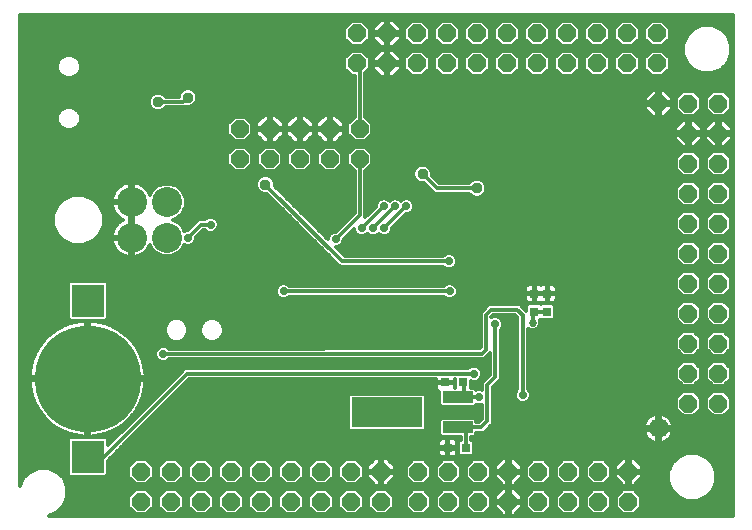
<source format=gbl>
G75*
G70*
%OFA0B0*%
%FSLAX24Y24*%
%IPPOS*%
%LPD*%
%AMOC8*
5,1,8,0,0,1.08239X$1,22.5*
%
%ADD10R,0.0315X0.0315*%
%ADD11R,0.1095X0.1095*%
%ADD12C,0.3543*%
%ADD13C,0.1000*%
%ADD14OC8,0.0591*%
%ADD15OC8,0.0600*%
%ADD16R,0.2362X0.0984*%
%ADD17R,0.0984X0.0394*%
%ADD18C,0.0660*%
%ADD19C,0.0376*%
%ADD20C,0.0270*%
%ADD21C,0.0120*%
%ADD22C,0.0290*%
D10*
X014988Y004811D03*
X015588Y004811D03*
X015683Y002625D03*
X015083Y002625D03*
X017965Y007163D03*
X018391Y007163D03*
X018391Y007763D03*
X017965Y007763D03*
D11*
X003074Y007535D03*
X003074Y002335D03*
D12*
X003074Y004935D03*
D13*
X004536Y009633D03*
X005718Y009633D03*
X005718Y010814D03*
X004536Y010814D03*
D14*
X008150Y012256D03*
X009150Y012256D03*
X010150Y012256D03*
X011150Y012256D03*
X012150Y012256D03*
X012150Y013256D03*
X011150Y013256D03*
X010150Y013256D03*
X009150Y013256D03*
X008150Y013256D03*
D15*
X012050Y015444D03*
X013050Y015444D03*
X014050Y015444D03*
X015050Y015444D03*
X016050Y015444D03*
X017050Y015444D03*
X018050Y015444D03*
X019050Y015444D03*
X020050Y015444D03*
X021050Y015444D03*
X022050Y015444D03*
X022050Y016444D03*
X021050Y016444D03*
X020050Y016444D03*
X019050Y016444D03*
X018050Y016444D03*
X017050Y016444D03*
X016050Y016444D03*
X015050Y016444D03*
X014050Y016444D03*
X013050Y016444D03*
X012050Y016444D03*
X022101Y014110D03*
X023100Y014106D03*
X024100Y014106D03*
X024100Y013106D03*
X023100Y013106D03*
X023100Y012106D03*
X024100Y012106D03*
X024100Y011106D03*
X023100Y011106D03*
X023100Y010106D03*
X024100Y010106D03*
X024100Y009106D03*
X023100Y009106D03*
X023100Y008106D03*
X024100Y008106D03*
X024100Y007106D03*
X023100Y007106D03*
X023100Y006106D03*
X024100Y006106D03*
X024100Y005106D03*
X023100Y005106D03*
X023100Y004106D03*
X024100Y004106D03*
X021100Y001831D03*
X020100Y001831D03*
X019100Y001831D03*
X018100Y001831D03*
X017100Y001831D03*
X016100Y001831D03*
X015100Y001831D03*
X014100Y001831D03*
X012850Y001831D03*
X011850Y001831D03*
X010850Y001831D03*
X009850Y001831D03*
X008850Y001831D03*
X007850Y001831D03*
X006850Y001831D03*
X005850Y001831D03*
X004850Y001831D03*
X004850Y000831D03*
X005850Y000831D03*
X006850Y000831D03*
X007850Y000831D03*
X008850Y000831D03*
X009850Y000831D03*
X010850Y000831D03*
X011850Y000831D03*
X012850Y000831D03*
X014100Y000831D03*
X015100Y000831D03*
X016100Y000831D03*
X017100Y000831D03*
X018100Y000831D03*
X019100Y000831D03*
X020100Y000831D03*
X021100Y000831D03*
D16*
X013049Y003810D03*
D17*
X015411Y003310D03*
X015411Y004310D03*
D18*
X022104Y003273D03*
D19*
X021659Y003901D03*
X019100Y002815D03*
X014770Y006069D03*
X017038Y006919D03*
X018900Y006744D03*
X020499Y006115D03*
X019590Y008832D03*
X016050Y011281D03*
X014238Y011756D03*
X014350Y012985D03*
X011638Y012909D03*
X010650Y012922D03*
X009650Y012922D03*
X008650Y012922D03*
X009000Y011406D03*
X009613Y011356D03*
X006415Y014306D03*
X005425Y014156D03*
X002400Y016297D03*
X002400Y016797D03*
X004900Y016797D03*
X008150Y016547D03*
X008525Y015797D03*
X008525Y015297D03*
X008525Y014797D03*
X006109Y008526D03*
X023610Y012724D03*
D20*
X017912Y006799D03*
X016945Y005388D03*
X016379Y003042D03*
D21*
X000809Y001345D02*
X000809Y017066D01*
X024570Y017066D01*
X024570Y000370D01*
X001784Y000370D01*
X002053Y000481D01*
X002278Y000707D01*
X002400Y001001D01*
X002400Y001319D01*
X002278Y001613D01*
X002053Y001839D01*
X001758Y001961D01*
X001440Y001961D01*
X001146Y001839D01*
X000920Y001613D01*
X000809Y001345D01*
X000809Y001457D02*
X000856Y001457D01*
X000809Y001576D02*
X000905Y001576D01*
X000809Y001694D02*
X001001Y001694D01*
X001119Y001813D02*
X000809Y001813D01*
X000809Y001931D02*
X001369Y001931D01*
X001830Y001931D02*
X002407Y001931D01*
X002407Y001813D02*
X002079Y001813D01*
X002197Y001694D02*
X002450Y001694D01*
X002477Y001668D02*
X003671Y001668D01*
X003742Y001738D01*
X003742Y002198D01*
X003804Y002260D01*
X006461Y004917D01*
X014670Y004914D01*
X014670Y004830D01*
X014969Y004830D01*
X014969Y004792D01*
X014670Y004792D01*
X014670Y004632D01*
X014681Y004592D01*
X014702Y004555D01*
X014732Y004525D01*
X014768Y004504D01*
X014799Y004496D01*
X014799Y004063D01*
X014869Y003993D01*
X015953Y003993D01*
X016023Y004063D01*
X016023Y004065D01*
X016072Y004044D01*
X016178Y004044D01*
X016219Y004061D01*
X016219Y003585D01*
X016125Y003490D01*
X016023Y003490D01*
X016023Y003557D01*
X015953Y003627D01*
X014869Y003627D01*
X014799Y003557D01*
X014799Y003063D01*
X014869Y002993D01*
X015503Y002993D01*
X015503Y002909D01*
X015503Y002902D01*
X015475Y002902D01*
X015405Y002832D01*
X015405Y002418D01*
X015475Y002348D01*
X015890Y002348D01*
X015960Y002418D01*
X015960Y002832D01*
X015890Y002902D01*
X015863Y002902D01*
X015863Y002908D01*
X015863Y002983D01*
X015863Y002993D01*
X015953Y002993D01*
X016023Y003063D01*
X016023Y003130D01*
X016274Y003130D01*
X016474Y003330D01*
X016579Y003435D01*
X016579Y004635D01*
X016789Y004845D01*
X016842Y004898D01*
X016842Y004971D01*
X016842Y006552D01*
X016887Y006596D01*
X016927Y006694D01*
X016927Y006799D01*
X016887Y006897D01*
X016813Y006971D01*
X016715Y007012D01*
X016610Y007012D01*
X016529Y006978D01*
X016529Y006985D01*
X016599Y007055D01*
X017325Y007055D01*
X017397Y006983D01*
X017397Y004578D01*
X017353Y004534D01*
X017313Y004436D01*
X017313Y004331D01*
X017353Y004233D01*
X017427Y004159D01*
X017525Y004119D01*
X017630Y004119D01*
X017728Y004159D01*
X017802Y004233D01*
X017842Y004331D01*
X017842Y004436D01*
X017802Y004534D01*
X017757Y004578D01*
X017757Y006594D01*
X017768Y006583D01*
X017861Y006544D01*
X017963Y006544D01*
X018057Y006583D01*
X018128Y006655D01*
X018167Y006748D01*
X018167Y006850D01*
X018152Y006885D01*
X018172Y006885D01*
X018178Y006891D01*
X018184Y006885D01*
X018598Y006885D01*
X018668Y006956D01*
X018668Y007370D01*
X018598Y007440D01*
X018184Y007440D01*
X018178Y007435D01*
X018172Y007440D01*
X017758Y007440D01*
X017688Y007370D01*
X017688Y007201D01*
X017474Y007415D01*
X016450Y007415D01*
X016344Y007310D01*
X016169Y007135D01*
X016169Y005980D01*
X016130Y005940D01*
X005795Y005936D01*
X005750Y005981D01*
X005653Y006021D01*
X005547Y006021D01*
X005450Y005981D01*
X005375Y005906D01*
X005335Y005809D01*
X005335Y005703D01*
X005375Y005606D01*
X005450Y005531D01*
X005547Y005491D01*
X005653Y005491D01*
X005750Y005531D01*
X005795Y005576D01*
X016205Y005580D01*
X016279Y005580D01*
X016331Y005632D01*
X016424Y005725D01*
X016482Y005783D01*
X016482Y005047D01*
X016219Y004785D01*
X016219Y004557D01*
X016178Y004574D01*
X016072Y004574D01*
X016023Y004554D01*
X016023Y004557D01*
X015953Y004627D01*
X015865Y004627D01*
X015865Y004842D01*
X015897Y004829D01*
X016003Y004829D01*
X016100Y004869D01*
X016175Y004943D01*
X016215Y005041D01*
X016215Y005146D01*
X016175Y005244D01*
X016100Y005318D01*
X016003Y005359D01*
X015897Y005359D01*
X015800Y005318D01*
X015755Y005274D01*
X006461Y005277D01*
X006461Y005277D01*
X006388Y005277D01*
X006312Y005278D01*
X006312Y005277D01*
X006259Y005224D01*
X006207Y005172D01*
X003742Y002707D01*
X003742Y002932D01*
X003671Y003002D01*
X002477Y003002D01*
X002407Y002932D01*
X002407Y001738D01*
X002477Y001668D01*
X002294Y001576D02*
X004512Y001576D01*
X004430Y001657D02*
X004676Y001411D01*
X005024Y001411D01*
X005270Y001657D01*
X005270Y002005D01*
X005024Y002251D01*
X004676Y002251D01*
X004430Y002005D01*
X004430Y001657D01*
X004430Y001694D02*
X003698Y001694D01*
X003742Y001813D02*
X004430Y001813D01*
X004430Y001931D02*
X003742Y001931D01*
X003742Y002050D02*
X004474Y002050D01*
X004593Y002168D02*
X003742Y002168D01*
X003830Y002287D02*
X012655Y002287D01*
X012659Y002291D02*
X012390Y002022D01*
X012390Y001871D01*
X012810Y001871D01*
X012810Y001791D01*
X012890Y001791D01*
X012890Y001371D01*
X013041Y001371D01*
X013310Y001641D01*
X013310Y001791D01*
X012890Y001791D01*
X012890Y001871D01*
X013310Y001871D01*
X013310Y002022D01*
X013041Y002291D01*
X012890Y002291D01*
X012890Y001871D01*
X012810Y001871D01*
X012810Y002291D01*
X012659Y002291D01*
X012810Y002287D02*
X012890Y002287D01*
X012890Y002168D02*
X012810Y002168D01*
X012810Y002050D02*
X012890Y002050D01*
X012890Y001931D02*
X012810Y001931D01*
X012810Y001813D02*
X012270Y001813D01*
X012270Y001931D02*
X012390Y001931D01*
X012418Y002050D02*
X012226Y002050D01*
X012270Y002005D02*
X012024Y002251D01*
X011676Y002251D01*
X011430Y002005D01*
X011430Y001657D01*
X011676Y001411D01*
X012024Y001411D01*
X012270Y001657D01*
X012270Y002005D01*
X012107Y002168D02*
X012536Y002168D01*
X012390Y001791D02*
X012390Y001641D01*
X012659Y001371D01*
X012810Y001371D01*
X012810Y001791D01*
X012390Y001791D01*
X012390Y001694D02*
X012270Y001694D01*
X012188Y001576D02*
X012455Y001576D01*
X012574Y001457D02*
X012070Y001457D01*
X012024Y001251D02*
X011676Y001251D01*
X011430Y001005D01*
X011430Y000657D01*
X011676Y000411D01*
X012024Y000411D01*
X012270Y000657D01*
X012270Y001005D01*
X012024Y001251D01*
X012055Y001220D02*
X012645Y001220D01*
X012676Y001251D02*
X012430Y001005D01*
X012430Y000657D01*
X012676Y000411D01*
X013024Y000411D01*
X013270Y000657D01*
X013270Y001005D01*
X013024Y001251D01*
X012676Y001251D01*
X012526Y001102D02*
X012174Y001102D01*
X012270Y000983D02*
X012430Y000983D01*
X012430Y000865D02*
X012270Y000865D01*
X012270Y000746D02*
X012430Y000746D01*
X012460Y000628D02*
X012240Y000628D01*
X012122Y000509D02*
X012578Y000509D01*
X013122Y000509D02*
X013828Y000509D01*
X013926Y000411D02*
X014274Y000411D01*
X014520Y000657D01*
X014520Y001005D01*
X014274Y001251D01*
X013926Y001251D01*
X013680Y001005D01*
X013680Y000657D01*
X013926Y000411D01*
X013710Y000628D02*
X013240Y000628D01*
X013270Y000746D02*
X013680Y000746D01*
X013680Y000865D02*
X013270Y000865D01*
X013270Y000983D02*
X013680Y000983D01*
X013776Y001102D02*
X013174Y001102D01*
X013055Y001220D02*
X013895Y001220D01*
X013926Y001411D02*
X014274Y001411D01*
X014520Y001657D01*
X014520Y002005D01*
X014274Y002251D01*
X013926Y002251D01*
X013680Y002005D01*
X013680Y001657D01*
X013926Y001411D01*
X013880Y001457D02*
X013126Y001457D01*
X013245Y001576D02*
X013762Y001576D01*
X013680Y001694D02*
X013310Y001694D01*
X013680Y001813D02*
X012890Y001813D01*
X012890Y001694D02*
X012810Y001694D01*
X012810Y001576D02*
X012890Y001576D01*
X012890Y001457D02*
X012810Y001457D01*
X013310Y001931D02*
X013680Y001931D01*
X013724Y002050D02*
X013282Y002050D01*
X013164Y002168D02*
X013843Y002168D01*
X014357Y002168D02*
X014843Y002168D01*
X014926Y002251D02*
X014680Y002005D01*
X014680Y001657D01*
X014926Y001411D01*
X015274Y001411D01*
X015520Y001657D01*
X015520Y002005D01*
X015274Y002251D01*
X014926Y002251D01*
X014904Y002308D02*
X015064Y002308D01*
X015064Y002606D01*
X015101Y002606D01*
X015101Y002308D01*
X015261Y002308D01*
X015302Y002318D01*
X015338Y002339D01*
X015368Y002369D01*
X015389Y002406D01*
X015400Y002446D01*
X015400Y002606D01*
X015101Y002606D01*
X015101Y002644D01*
X015064Y002644D01*
X015064Y002942D01*
X014904Y002942D01*
X014863Y002932D01*
X014827Y002911D01*
X014797Y002881D01*
X014776Y002844D01*
X014765Y002804D01*
X014765Y002644D01*
X015064Y002644D01*
X015064Y002606D01*
X014765Y002606D01*
X014765Y002446D01*
X014776Y002406D01*
X014797Y002369D01*
X014827Y002339D01*
X014863Y002318D01*
X014904Y002308D01*
X014776Y002405D02*
X003949Y002405D01*
X004067Y002524D02*
X014765Y002524D01*
X014765Y002761D02*
X004304Y002761D01*
X004423Y002879D02*
X014796Y002879D01*
X014865Y002998D02*
X004541Y002998D01*
X004660Y003116D02*
X014799Y003116D01*
X014799Y003235D02*
X014316Y003235D01*
X014350Y003268D02*
X014279Y003198D01*
X011818Y003198D01*
X011747Y003268D01*
X011747Y004352D01*
X011818Y004422D01*
X014279Y004422D01*
X014350Y004352D01*
X014350Y003268D01*
X014350Y003353D02*
X014799Y003353D01*
X014799Y003472D02*
X014350Y003472D01*
X014350Y003590D02*
X014832Y003590D01*
X014350Y003709D02*
X016219Y003709D01*
X016219Y003827D02*
X014350Y003827D01*
X014350Y003946D02*
X016219Y003946D01*
X016024Y004064D02*
X016023Y004064D01*
X016125Y004309D02*
X015632Y004310D01*
X015632Y004698D01*
X015588Y004811D01*
X015865Y004775D02*
X016219Y004775D01*
X016219Y004657D02*
X015865Y004657D01*
X016125Y004894D02*
X016328Y004894D01*
X016447Y005012D02*
X016203Y005012D01*
X016215Y005131D02*
X016482Y005131D01*
X016482Y005249D02*
X016169Y005249D01*
X015950Y005094D02*
X006387Y005098D01*
X003624Y002335D01*
X003074Y002335D01*
X003742Y002761D02*
X003795Y002761D01*
X003742Y002879D02*
X003914Y002879D01*
X004032Y002998D02*
X003676Y002998D01*
X003656Y003091D02*
X003814Y003149D01*
X003967Y003220D01*
X004113Y003304D01*
X004251Y003401D01*
X004380Y003509D01*
X004500Y003629D01*
X004608Y003758D01*
X004705Y003896D01*
X004789Y004042D01*
X004860Y004195D01*
X004918Y004354D01*
X004962Y004517D01*
X004991Y004683D01*
X005006Y004851D01*
X005006Y004875D01*
X003134Y004875D01*
X003134Y003003D01*
X003158Y003003D01*
X003327Y003018D01*
X003493Y003047D01*
X003656Y003091D01*
X003724Y003116D02*
X004151Y003116D01*
X004269Y003235D02*
X003992Y003235D01*
X004183Y003353D02*
X004388Y003353D01*
X004335Y003472D02*
X004506Y003472D01*
X004461Y003590D02*
X004625Y003590D01*
X004567Y003709D02*
X004743Y003709D01*
X004656Y003827D02*
X004862Y003827D01*
X004980Y003946D02*
X004733Y003946D01*
X004799Y004064D02*
X005099Y004064D01*
X005217Y004183D02*
X004855Y004183D01*
X004899Y004301D02*
X005336Y004301D01*
X005454Y004420D02*
X004936Y004420D01*
X004966Y004538D02*
X005573Y004538D01*
X005691Y004657D02*
X004986Y004657D01*
X004999Y004775D02*
X005810Y004775D01*
X005928Y004894D02*
X003134Y004894D01*
X003134Y004875D02*
X003134Y004995D01*
X003014Y004995D01*
X003014Y004875D01*
X001142Y004875D01*
X001142Y004851D01*
X001157Y004683D01*
X001186Y004517D01*
X001230Y004354D01*
X001288Y004195D01*
X001359Y004042D01*
X001443Y003896D01*
X001540Y003758D01*
X001649Y003629D01*
X001768Y003509D01*
X001897Y003401D01*
X002035Y003304D01*
X002181Y003220D01*
X002334Y003149D01*
X002493Y003091D01*
X002656Y003047D01*
X002822Y003018D01*
X002990Y003003D01*
X003014Y003003D01*
X003014Y004875D01*
X003134Y004875D01*
X003134Y004775D02*
X003014Y004775D01*
X003014Y004657D02*
X003134Y004657D01*
X003134Y004538D02*
X003014Y004538D01*
X003014Y004420D02*
X003134Y004420D01*
X003134Y004301D02*
X003014Y004301D01*
X003014Y004183D02*
X003134Y004183D01*
X003134Y004064D02*
X003014Y004064D01*
X003014Y003946D02*
X003134Y003946D01*
X003134Y003827D02*
X003014Y003827D01*
X003014Y003709D02*
X003134Y003709D01*
X003134Y003590D02*
X003014Y003590D01*
X003014Y003472D02*
X003134Y003472D01*
X003134Y003353D02*
X003014Y003353D01*
X003014Y003235D02*
X003134Y003235D01*
X003134Y003116D02*
X003014Y003116D01*
X002472Y002998D02*
X000809Y002998D01*
X000809Y003116D02*
X002424Y003116D01*
X002407Y002879D02*
X000809Y002879D01*
X000809Y002761D02*
X002407Y002761D01*
X002407Y002642D02*
X000809Y002642D01*
X000809Y002524D02*
X002407Y002524D01*
X002407Y002405D02*
X000809Y002405D01*
X000809Y002287D02*
X002407Y002287D01*
X002407Y002168D02*
X000809Y002168D01*
X000809Y002050D02*
X002407Y002050D01*
X002343Y001457D02*
X004630Y001457D01*
X004676Y001251D02*
X004430Y001005D01*
X004430Y000657D01*
X004676Y000411D01*
X005024Y000411D01*
X005270Y000657D01*
X005270Y001005D01*
X005024Y001251D01*
X004676Y001251D01*
X004645Y001220D02*
X002400Y001220D01*
X002400Y001102D02*
X004526Y001102D01*
X004430Y000983D02*
X002392Y000983D01*
X002343Y000865D02*
X004430Y000865D01*
X004430Y000746D02*
X002294Y000746D01*
X002199Y000628D02*
X004460Y000628D01*
X004578Y000509D02*
X002080Y000509D01*
X001833Y000391D02*
X016890Y000391D01*
X016909Y000371D02*
X017060Y000371D01*
X017060Y000791D01*
X017140Y000791D01*
X017140Y000371D01*
X017291Y000371D01*
X017560Y000641D01*
X017560Y000791D01*
X017140Y000791D01*
X017140Y000871D01*
X017560Y000871D01*
X017560Y001022D01*
X017291Y001291D01*
X017140Y001291D01*
X017140Y000871D01*
X017060Y000871D01*
X017060Y000791D01*
X016640Y000791D01*
X016640Y000641D01*
X016909Y000371D01*
X017060Y000391D02*
X017140Y000391D01*
X017140Y000509D02*
X017060Y000509D01*
X017060Y000628D02*
X017140Y000628D01*
X017140Y000746D02*
X017060Y000746D01*
X017060Y000865D02*
X016520Y000865D01*
X016520Y000983D02*
X016640Y000983D01*
X016640Y001022D02*
X016640Y000871D01*
X017060Y000871D01*
X017060Y001291D01*
X016909Y001291D01*
X016640Y001022D01*
X016720Y001102D02*
X016424Y001102D01*
X016520Y001005D02*
X016274Y001251D01*
X015926Y001251D01*
X015680Y001005D01*
X015680Y000657D01*
X015926Y000411D01*
X016274Y000411D01*
X016520Y000657D01*
X016520Y001005D01*
X016520Y000746D02*
X016640Y000746D01*
X016653Y000628D02*
X016490Y000628D01*
X016372Y000509D02*
X016772Y000509D01*
X017140Y000865D02*
X017680Y000865D01*
X017680Y000983D02*
X017560Y000983D01*
X017680Y001005D02*
X017680Y000657D01*
X017926Y000411D01*
X018274Y000411D01*
X018520Y000657D01*
X018520Y001005D01*
X018274Y001251D01*
X017926Y001251D01*
X017680Y001005D01*
X017776Y001102D02*
X017480Y001102D01*
X017362Y001220D02*
X017895Y001220D01*
X017926Y001411D02*
X018274Y001411D01*
X018520Y001657D01*
X018520Y002005D01*
X018274Y002251D01*
X017926Y002251D01*
X017680Y002005D01*
X017680Y001657D01*
X017926Y001411D01*
X017880Y001457D02*
X017376Y001457D01*
X017291Y001371D02*
X017140Y001371D01*
X017140Y001791D01*
X017060Y001791D01*
X017060Y001371D01*
X016909Y001371D01*
X016640Y001641D01*
X016640Y001791D01*
X017060Y001791D01*
X017060Y001871D01*
X016640Y001871D01*
X016640Y002022D01*
X016909Y002291D01*
X017060Y002291D01*
X017060Y001871D01*
X017140Y001871D01*
X017560Y001871D01*
X017560Y002022D01*
X017291Y002291D01*
X017140Y002291D01*
X017140Y001871D01*
X017140Y001791D01*
X017560Y001791D01*
X017560Y001641D01*
X017291Y001371D01*
X017140Y001457D02*
X017060Y001457D01*
X017060Y001576D02*
X017140Y001576D01*
X017140Y001694D02*
X017060Y001694D01*
X017060Y001813D02*
X016520Y001813D01*
X016520Y001931D02*
X016640Y001931D01*
X016668Y002050D02*
X016476Y002050D01*
X016520Y002005D02*
X016274Y002251D01*
X015926Y002251D01*
X015680Y002005D01*
X015680Y001657D01*
X015926Y001411D01*
X016274Y001411D01*
X016520Y001657D01*
X016520Y002005D01*
X016357Y002168D02*
X016786Y002168D01*
X016905Y002287D02*
X013045Y002287D01*
X014476Y002050D02*
X014724Y002050D01*
X014680Y001931D02*
X014520Y001931D01*
X014520Y001813D02*
X014680Y001813D01*
X014680Y001694D02*
X014520Y001694D01*
X014438Y001576D02*
X014762Y001576D01*
X014880Y001457D02*
X014320Y001457D01*
X014305Y001220D02*
X014895Y001220D01*
X014926Y001251D02*
X014680Y001005D01*
X014680Y000657D01*
X014926Y000411D01*
X015274Y000411D01*
X015520Y000657D01*
X015520Y001005D01*
X015274Y001251D01*
X014926Y001251D01*
X014776Y001102D02*
X014424Y001102D01*
X014520Y000983D02*
X014680Y000983D01*
X014680Y000865D02*
X014520Y000865D01*
X014520Y000746D02*
X014680Y000746D01*
X014710Y000628D02*
X014490Y000628D01*
X014372Y000509D02*
X014828Y000509D01*
X015372Y000509D02*
X015828Y000509D01*
X015710Y000628D02*
X015490Y000628D01*
X015520Y000746D02*
X015680Y000746D01*
X015680Y000865D02*
X015520Y000865D01*
X015520Y000983D02*
X015680Y000983D01*
X015776Y001102D02*
X015424Y001102D01*
X015305Y001220D02*
X015895Y001220D01*
X015880Y001457D02*
X015320Y001457D01*
X015438Y001576D02*
X015762Y001576D01*
X015680Y001694D02*
X015520Y001694D01*
X015520Y001813D02*
X015680Y001813D01*
X015680Y001931D02*
X015520Y001931D01*
X015476Y002050D02*
X015724Y002050D01*
X015843Y002168D02*
X015357Y002168D01*
X015389Y002405D02*
X015418Y002405D01*
X015405Y002524D02*
X015400Y002524D01*
X015405Y002642D02*
X015101Y002642D01*
X015101Y002644D02*
X015400Y002644D01*
X015400Y002804D01*
X015389Y002844D01*
X015368Y002881D01*
X015338Y002911D01*
X015302Y002932D01*
X015261Y002942D01*
X015101Y002942D01*
X015101Y002644D01*
X015064Y002642D02*
X004186Y002642D01*
X004778Y003235D02*
X011781Y003235D01*
X011747Y003353D02*
X004897Y003353D01*
X005015Y003472D02*
X011747Y003472D01*
X011747Y003590D02*
X005134Y003590D01*
X005252Y003709D02*
X011747Y003709D01*
X011747Y003827D02*
X005371Y003827D01*
X005489Y003946D02*
X011747Y003946D01*
X011747Y004064D02*
X005608Y004064D01*
X005726Y004183D02*
X011747Y004183D01*
X011747Y004301D02*
X005845Y004301D01*
X005963Y004420D02*
X011815Y004420D01*
X014282Y004420D02*
X014799Y004420D01*
X014799Y004301D02*
X014350Y004301D01*
X014350Y004183D02*
X014799Y004183D01*
X014799Y004064D02*
X014350Y004064D01*
X014719Y004538D02*
X006082Y004538D01*
X006200Y004657D02*
X014670Y004657D01*
X014670Y004775D02*
X006319Y004775D01*
X006437Y004894D02*
X014670Y004894D01*
X015006Y004830D02*
X015305Y004830D01*
X015305Y004914D01*
X015310Y004914D01*
X015310Y004627D01*
X015304Y004627D01*
X015305Y004632D01*
X015305Y004792D01*
X015006Y004792D01*
X015006Y004830D01*
X015305Y004775D02*
X015310Y004775D01*
X015305Y004657D02*
X015310Y004657D01*
X015305Y004894D02*
X015310Y004894D01*
X015412Y004348D02*
X015411Y004310D01*
X015632Y004310D01*
X016399Y004710D02*
X016399Y003510D01*
X016199Y003310D01*
X015683Y003310D01*
X015683Y002909D01*
X015683Y002625D01*
X015960Y002642D02*
X024570Y002642D01*
X024570Y002524D02*
X015960Y002524D01*
X015947Y002405D02*
X022931Y002405D01*
X023065Y002461D02*
X022771Y002339D01*
X022545Y002113D01*
X022424Y001819D01*
X022424Y001501D01*
X022545Y001207D01*
X022771Y000981D01*
X023065Y000859D01*
X023383Y000859D01*
X023678Y000981D01*
X023903Y001207D01*
X024025Y001501D01*
X024025Y001819D01*
X023903Y002113D01*
X023678Y002339D01*
X023383Y002461D01*
X023065Y002461D01*
X022718Y002287D02*
X021295Y002287D01*
X021291Y002291D02*
X021140Y002291D01*
X021140Y001871D01*
X021560Y001871D01*
X021560Y002022D01*
X021291Y002291D01*
X021140Y002287D02*
X021060Y002287D01*
X021060Y002291D02*
X020909Y002291D01*
X020640Y002022D01*
X020640Y001871D01*
X021060Y001871D01*
X021060Y001791D01*
X021140Y001791D01*
X021140Y001371D01*
X021291Y001371D01*
X021560Y001641D01*
X021560Y001791D01*
X021140Y001791D01*
X021140Y001871D01*
X021060Y001871D01*
X021060Y002291D01*
X021060Y002168D02*
X021140Y002168D01*
X021140Y002050D02*
X021060Y002050D01*
X021060Y001931D02*
X021140Y001931D01*
X021140Y001813D02*
X022424Y001813D01*
X022424Y001694D02*
X021560Y001694D01*
X021495Y001576D02*
X022424Y001576D01*
X022442Y001457D02*
X021376Y001457D01*
X021274Y001251D02*
X020926Y001251D01*
X020680Y001005D01*
X020680Y000657D01*
X020926Y000411D01*
X021274Y000411D01*
X021520Y000657D01*
X021520Y001005D01*
X021274Y001251D01*
X021305Y001220D02*
X022540Y001220D01*
X022491Y001339D02*
X002392Y001339D01*
X002156Y003235D02*
X000809Y003235D01*
X000809Y003353D02*
X001966Y003353D01*
X001813Y003472D02*
X000809Y003472D01*
X000809Y003590D02*
X001687Y003590D01*
X001582Y003709D02*
X000809Y003709D01*
X000809Y003827D02*
X001492Y003827D01*
X001415Y003946D02*
X000809Y003946D01*
X000809Y004064D02*
X001349Y004064D01*
X001294Y004183D02*
X000809Y004183D01*
X000809Y004301D02*
X001249Y004301D01*
X001212Y004420D02*
X000809Y004420D01*
X000809Y004538D02*
X001183Y004538D01*
X001162Y004657D02*
X000809Y004657D01*
X000809Y004775D02*
X001149Y004775D01*
X001142Y004995D02*
X003014Y004995D01*
X003014Y006867D01*
X002990Y006867D01*
X002822Y006852D01*
X002656Y006823D01*
X002493Y006779D01*
X002334Y006721D01*
X002181Y006650D01*
X002035Y006566D01*
X001897Y006469D01*
X001768Y006361D01*
X001649Y006241D01*
X001540Y006112D01*
X001443Y005974D01*
X001359Y005828D01*
X001288Y005675D01*
X001230Y005516D01*
X001186Y005353D01*
X001157Y005187D01*
X001142Y005019D01*
X001142Y004995D01*
X001142Y005012D02*
X000809Y005012D01*
X000809Y004894D02*
X003014Y004894D01*
X003014Y005012D02*
X003134Y005012D01*
X003134Y004995D02*
X003134Y006867D01*
X003158Y006867D01*
X003327Y006852D01*
X003493Y006823D01*
X003656Y006779D01*
X003814Y006721D01*
X003967Y006650D01*
X004113Y006566D01*
X004251Y006469D01*
X004380Y006361D01*
X004500Y006241D01*
X004608Y006112D01*
X004705Y005974D01*
X004789Y005828D01*
X004860Y005675D01*
X004918Y005516D01*
X004962Y005353D01*
X004991Y005187D01*
X005006Y005019D01*
X005006Y004995D01*
X003134Y004995D01*
X003134Y005131D02*
X003014Y005131D01*
X003014Y005249D02*
X003134Y005249D01*
X003134Y005368D02*
X003014Y005368D01*
X003014Y005486D02*
X003134Y005486D01*
X003134Y005605D02*
X003014Y005605D01*
X003014Y005723D02*
X003134Y005723D01*
X003134Y005842D02*
X003014Y005842D01*
X003014Y005960D02*
X003134Y005960D01*
X003134Y006079D02*
X003014Y006079D01*
X003014Y006197D02*
X003134Y006197D01*
X003134Y006316D02*
X003014Y006316D01*
X003014Y006434D02*
X003134Y006434D01*
X003134Y006553D02*
X003014Y006553D01*
X003014Y006671D02*
X003134Y006671D01*
X003134Y006790D02*
X003014Y006790D01*
X002532Y006790D02*
X000809Y006790D01*
X000809Y006908D02*
X002436Y006908D01*
X002407Y006938D02*
X002477Y006868D01*
X003671Y006868D01*
X003742Y006938D01*
X003742Y008132D01*
X003671Y008202D01*
X002477Y008202D01*
X002407Y008132D01*
X002407Y006938D01*
X002407Y007027D02*
X000809Y007027D01*
X000809Y007145D02*
X002407Y007145D01*
X002407Y007264D02*
X000809Y007264D01*
X000809Y007382D02*
X002407Y007382D01*
X002407Y007501D02*
X000809Y007501D01*
X000809Y007619D02*
X002407Y007619D01*
X002407Y007738D02*
X000809Y007738D01*
X000809Y007856D02*
X002407Y007856D01*
X002407Y007975D02*
X000809Y007975D01*
X000809Y008093D02*
X002407Y008093D01*
X003742Y008093D02*
X009518Y008093D01*
X009553Y008107D02*
X009456Y008067D01*
X009381Y007993D01*
X009341Y007895D01*
X009341Y007790D01*
X009381Y007692D01*
X009456Y007618D01*
X009553Y007578D01*
X009659Y007578D01*
X009756Y007618D01*
X009801Y007662D01*
X014949Y007662D01*
X014994Y007617D01*
X015091Y007577D01*
X015197Y007577D01*
X015294Y007617D01*
X015369Y007691D01*
X015409Y007789D01*
X015409Y007894D01*
X015369Y007992D01*
X015294Y008066D01*
X015197Y008107D01*
X015091Y008107D01*
X014994Y008066D01*
X014949Y008022D01*
X009801Y008022D01*
X009756Y008067D01*
X009659Y008107D01*
X009553Y008107D01*
X009694Y008093D02*
X015058Y008093D01*
X015230Y008093D02*
X022680Y008093D01*
X022680Y007975D02*
X018699Y007975D01*
X018697Y007982D02*
X018676Y008019D01*
X018646Y008048D01*
X018610Y008069D01*
X018569Y008080D01*
X018410Y008080D01*
X018410Y007782D01*
X018708Y007782D01*
X018708Y007941D01*
X018697Y007982D01*
X018708Y007856D02*
X022756Y007856D01*
X022680Y007932D02*
X022926Y007686D01*
X023274Y007686D01*
X023520Y007932D01*
X023520Y008280D01*
X023274Y008526D01*
X022926Y008526D01*
X022680Y008280D01*
X022680Y007932D01*
X022875Y007738D02*
X018708Y007738D01*
X018708Y007744D02*
X018410Y007744D01*
X018410Y007782D01*
X018372Y007782D01*
X018372Y008080D01*
X018212Y008080D01*
X018178Y008071D01*
X018144Y008080D01*
X017984Y008080D01*
X017984Y007782D01*
X017947Y007782D01*
X017947Y008080D01*
X017787Y008080D01*
X017746Y008069D01*
X017710Y008048D01*
X017680Y008019D01*
X017659Y007982D01*
X017648Y007941D01*
X017648Y007782D01*
X017947Y007782D01*
X017947Y007744D01*
X017984Y007744D01*
X017984Y007445D01*
X018144Y007445D01*
X018178Y007455D01*
X018212Y007445D01*
X018372Y007445D01*
X018372Y007744D01*
X018410Y007744D01*
X018410Y007445D01*
X018569Y007445D01*
X018610Y007456D01*
X018646Y007477D01*
X018676Y007507D01*
X018697Y007544D01*
X018708Y007584D01*
X018708Y007744D01*
X018708Y007619D02*
X024570Y007619D01*
X024570Y007501D02*
X024300Y007501D01*
X024274Y007526D02*
X023926Y007526D01*
X023680Y007280D01*
X023680Y006932D01*
X023926Y006686D01*
X024274Y006686D01*
X024520Y006932D01*
X024520Y007280D01*
X024274Y007526D01*
X024274Y007686D02*
X024520Y007932D01*
X024520Y008280D01*
X024274Y008526D01*
X023926Y008526D01*
X023680Y008280D01*
X023680Y007932D01*
X023926Y007686D01*
X024274Y007686D01*
X024325Y007738D02*
X024570Y007738D01*
X024570Y007856D02*
X024444Y007856D01*
X024520Y007975D02*
X024570Y007975D01*
X024570Y008093D02*
X024520Y008093D01*
X024520Y008212D02*
X024570Y008212D01*
X024570Y008330D02*
X024470Y008330D01*
X024570Y008449D02*
X024352Y008449D01*
X024570Y008567D02*
X000809Y008567D01*
X000809Y008449D02*
X022848Y008449D01*
X022730Y008330D02*
X000809Y008330D01*
X000809Y008212D02*
X022680Y008212D01*
X022926Y008686D02*
X023274Y008686D01*
X023520Y008932D01*
X023520Y009280D01*
X023274Y009526D01*
X022926Y009526D01*
X022680Y009280D01*
X022680Y008932D01*
X022926Y008686D01*
X022808Y008804D02*
X015384Y008804D01*
X015384Y008789D02*
X015384Y008894D01*
X015344Y008992D01*
X015269Y009066D01*
X015172Y009107D01*
X015066Y009107D01*
X014969Y009066D01*
X014925Y009022D01*
X011636Y009027D01*
X011356Y009308D01*
X011389Y009308D01*
X011487Y009348D01*
X011561Y009422D01*
X011602Y009520D01*
X011602Y009583D01*
X011948Y009929D01*
X011948Y009891D01*
X011988Y009793D01*
X012062Y009719D01*
X012160Y009679D01*
X012265Y009679D01*
X012363Y009719D01*
X012400Y009756D01*
X012437Y009719D01*
X012535Y009679D01*
X012640Y009679D01*
X012738Y009719D01*
X012775Y009756D01*
X012812Y009719D01*
X012910Y009679D01*
X013015Y009679D01*
X013113Y009719D01*
X013187Y009793D01*
X013227Y009891D01*
X013227Y009954D01*
X013690Y010416D01*
X013753Y010416D01*
X013850Y010456D01*
X013925Y010531D01*
X013965Y010628D01*
X013965Y010734D01*
X013925Y010831D01*
X013850Y010906D01*
X013753Y010946D01*
X013647Y010946D01*
X013550Y010906D01*
X013512Y010868D01*
X013475Y010906D01*
X013378Y010946D01*
X013272Y010946D01*
X013175Y010906D01*
X013137Y010868D01*
X013100Y010906D01*
X013003Y010946D01*
X012897Y010946D01*
X012800Y010906D01*
X012725Y010831D01*
X012685Y010734D01*
X012685Y010671D01*
X012330Y010316D01*
X012330Y011849D01*
X012565Y012084D01*
X012565Y012428D01*
X012322Y012671D01*
X011978Y012671D01*
X011735Y012428D01*
X011735Y012084D01*
X011970Y011849D01*
X011970Y010460D01*
X011347Y009837D01*
X011284Y009837D01*
X011187Y009797D01*
X011112Y009723D01*
X011072Y009625D01*
X011072Y009591D01*
X009308Y011353D01*
X009308Y011467D01*
X009261Y011581D01*
X009175Y011667D01*
X009061Y011714D01*
X008939Y011714D01*
X008825Y011667D01*
X008739Y011581D01*
X008692Y011467D01*
X008692Y011345D01*
X008739Y011232D01*
X008825Y011145D01*
X008939Y011098D01*
X009054Y011098D01*
X011434Y008720D01*
X011487Y008668D01*
X011487Y008667D01*
X011562Y008668D01*
X014924Y008662D01*
X014969Y008617D01*
X015066Y008577D01*
X015172Y008577D01*
X015269Y008617D01*
X015344Y008691D01*
X015384Y008789D01*
X015338Y008686D02*
X024570Y008686D01*
X024570Y008804D02*
X024392Y008804D01*
X024274Y008686D02*
X024520Y008932D01*
X024520Y009280D01*
X024274Y009526D01*
X023926Y009526D01*
X023680Y009280D01*
X023680Y008932D01*
X023926Y008686D01*
X024274Y008686D01*
X024510Y008923D02*
X024570Y008923D01*
X024570Y009041D02*
X024520Y009041D01*
X024520Y009160D02*
X024570Y009160D01*
X024570Y009278D02*
X024520Y009278D01*
X024570Y009397D02*
X024404Y009397D01*
X024285Y009515D02*
X024570Y009515D01*
X024570Y009634D02*
X011652Y009634D01*
X011600Y009515D02*
X022915Y009515D01*
X022796Y009397D02*
X011535Y009397D01*
X011385Y009278D02*
X022680Y009278D01*
X022680Y009160D02*
X011504Y009160D01*
X011623Y009041D02*
X014944Y009041D01*
X015119Y008842D02*
X011562Y008848D01*
X009000Y011406D01*
X008714Y011293D02*
X006116Y011293D01*
X006069Y011340D02*
X006243Y011165D01*
X006337Y010937D01*
X009215Y010937D01*
X009334Y010819D02*
X006337Y010819D01*
X006337Y010937D02*
X006337Y010691D01*
X006243Y010463D01*
X009689Y010463D01*
X009571Y010582D02*
X006292Y010582D01*
X006337Y010700D02*
X009452Y010700D01*
X009724Y010937D02*
X011970Y010937D01*
X011970Y010819D02*
X009843Y010819D01*
X009962Y010700D02*
X011970Y010700D01*
X011970Y010582D02*
X010080Y010582D01*
X010199Y010463D02*
X011970Y010463D01*
X011854Y010345D02*
X010318Y010345D01*
X010436Y010226D02*
X011736Y010226D01*
X011617Y010108D02*
X010555Y010108D01*
X010673Y009989D02*
X011499Y009989D01*
X011380Y009871D02*
X010792Y009871D01*
X010911Y009752D02*
X011141Y009752D01*
X011075Y009634D02*
X011029Y009634D01*
X011337Y009573D02*
X012150Y010386D01*
X012150Y012256D01*
X011784Y012478D02*
X011516Y012478D01*
X011565Y012428D02*
X011322Y012671D01*
X010978Y012671D01*
X010735Y012428D01*
X010735Y012084D01*
X010978Y011841D01*
X011322Y011841D01*
X011565Y012084D01*
X011565Y012428D01*
X011565Y012359D02*
X011735Y012359D01*
X011735Y012241D02*
X011565Y012241D01*
X011565Y012122D02*
X011735Y012122D01*
X011815Y012004D02*
X011485Y012004D01*
X011366Y011885D02*
X011934Y011885D01*
X011970Y011767D02*
X000809Y011767D01*
X000809Y011885D02*
X007934Y011885D01*
X007978Y011841D02*
X007735Y012084D01*
X007735Y012428D01*
X007978Y012671D01*
X008322Y012671D01*
X008565Y012428D01*
X008565Y012084D01*
X008322Y011841D01*
X007978Y011841D01*
X007815Y012004D02*
X000809Y012004D01*
X000809Y012122D02*
X007735Y012122D01*
X007735Y012241D02*
X000809Y012241D01*
X000809Y012359D02*
X007735Y012359D01*
X007784Y012478D02*
X000809Y012478D01*
X000809Y012596D02*
X007903Y012596D01*
X007978Y012841D02*
X008322Y012841D01*
X008565Y013084D01*
X008565Y013428D01*
X008322Y013671D01*
X007978Y013671D01*
X007735Y013428D01*
X007735Y013084D01*
X007978Y012841D01*
X007867Y012952D02*
X000809Y012952D01*
X000809Y013070D02*
X007749Y013070D01*
X007735Y013189D02*
X000809Y013189D01*
X000809Y013307D02*
X002198Y013307D01*
X002231Y013274D02*
X002373Y013215D01*
X002527Y013215D01*
X002669Y013274D01*
X002778Y013383D01*
X002837Y013525D01*
X002837Y013679D01*
X002778Y013822D01*
X002669Y013931D01*
X002527Y013990D01*
X002373Y013990D01*
X002231Y013931D01*
X002122Y013822D01*
X002063Y013679D01*
X002063Y013525D01*
X002122Y013383D01*
X002231Y013274D01*
X002104Y013426D02*
X000809Y013426D01*
X000809Y013544D02*
X002063Y013544D01*
X002063Y013663D02*
X000809Y013663D01*
X000809Y013781D02*
X002105Y013781D01*
X002200Y013900D02*
X000809Y013900D01*
X000809Y014018D02*
X005149Y014018D01*
X005164Y013982D02*
X005250Y013895D01*
X005364Y013848D01*
X005486Y013848D01*
X005600Y013895D01*
X005681Y013976D01*
X006335Y013976D01*
X006357Y013998D01*
X006477Y013998D01*
X006590Y014045D01*
X006677Y014132D01*
X006724Y014245D01*
X006724Y014367D01*
X006677Y014481D01*
X006590Y014567D01*
X006477Y014614D01*
X006354Y014614D01*
X006241Y014567D01*
X006154Y014481D01*
X006107Y014367D01*
X006107Y014336D01*
X005681Y014336D01*
X005600Y014417D01*
X005486Y014464D01*
X005364Y014464D01*
X005250Y014417D01*
X005164Y014331D01*
X005117Y014217D01*
X005117Y014095D01*
X005164Y013982D01*
X005246Y013900D02*
X002700Y013900D01*
X002795Y013781D02*
X011970Y013781D01*
X011970Y013663D02*
X011735Y013428D01*
X011735Y013084D01*
X011978Y012841D01*
X012322Y012841D01*
X012565Y013084D01*
X012565Y013428D01*
X012330Y013664D01*
X012329Y015129D01*
X012470Y015270D01*
X012470Y015618D01*
X012224Y015864D01*
X011876Y015864D01*
X011630Y015618D01*
X011630Y015270D01*
X011876Y015024D01*
X011969Y015024D01*
X011970Y013663D01*
X011969Y013663D02*
X011387Y013663D01*
X011339Y013711D02*
X011188Y013711D01*
X011188Y013295D01*
X011112Y013295D01*
X011112Y013711D01*
X010961Y013711D01*
X010695Y013445D01*
X010695Y013295D01*
X011112Y013295D01*
X011112Y013218D01*
X011188Y013218D01*
X011188Y012801D01*
X011339Y012801D01*
X011605Y013068D01*
X011605Y013218D01*
X011188Y013218D01*
X011188Y013295D01*
X011605Y013295D01*
X011605Y013445D01*
X011339Y013711D01*
X011188Y013663D02*
X011112Y013663D01*
X011112Y013544D02*
X011188Y013544D01*
X011188Y013426D02*
X011112Y013426D01*
X011112Y013307D02*
X011188Y013307D01*
X011112Y013218D02*
X010695Y013218D01*
X010695Y013068D01*
X010961Y012801D01*
X011112Y012801D01*
X011112Y013218D01*
X011112Y013189D02*
X011188Y013189D01*
X011188Y013070D02*
X011112Y013070D01*
X011112Y012952D02*
X011188Y012952D01*
X011188Y012833D02*
X011112Y012833D01*
X010929Y012833D02*
X010371Y012833D01*
X010339Y012801D02*
X010605Y013068D01*
X010605Y013218D01*
X010188Y013218D01*
X010188Y012801D01*
X010339Y012801D01*
X010322Y012671D02*
X009978Y012671D01*
X009735Y012428D01*
X009735Y012084D01*
X009978Y011841D01*
X010322Y011841D01*
X010565Y012084D01*
X010565Y012428D01*
X010322Y012671D01*
X010397Y012596D02*
X010903Y012596D01*
X010784Y012478D02*
X010516Y012478D01*
X010565Y012359D02*
X010735Y012359D01*
X010735Y012241D02*
X010565Y012241D01*
X010565Y012122D02*
X010735Y012122D01*
X010815Y012004D02*
X010485Y012004D01*
X010366Y011885D02*
X010934Y011885D01*
X011397Y012596D02*
X011903Y012596D01*
X011867Y012952D02*
X011489Y012952D01*
X011605Y013070D02*
X011749Y013070D01*
X011735Y013189D02*
X011605Y013189D01*
X011605Y013307D02*
X011735Y013307D01*
X011735Y013426D02*
X011605Y013426D01*
X011506Y013544D02*
X011851Y013544D01*
X011970Y013900D02*
X005604Y013900D01*
X005425Y014156D02*
X006261Y014156D01*
X006265Y014160D01*
X006415Y014306D01*
X006166Y014492D02*
X000809Y014492D01*
X000809Y014374D02*
X005207Y014374D01*
X005132Y014255D02*
X000809Y014255D01*
X000809Y014137D02*
X005117Y014137D01*
X005643Y014374D02*
X006110Y014374D01*
X006345Y014611D02*
X000809Y014611D01*
X000809Y014729D02*
X011969Y014729D01*
X011969Y014611D02*
X006486Y014611D01*
X006665Y014492D02*
X011969Y014492D01*
X011970Y014374D02*
X006721Y014374D01*
X006724Y014255D02*
X011970Y014255D01*
X011970Y014137D02*
X006679Y014137D01*
X006525Y014018D02*
X011970Y014018D01*
X012330Y014018D02*
X021641Y014018D01*
X021641Y014070D02*
X021641Y013919D01*
X021911Y013650D01*
X022061Y013650D01*
X022061Y014070D01*
X021641Y014070D01*
X021641Y014150D02*
X022061Y014150D01*
X022061Y014070D01*
X022141Y014070D01*
X022141Y013650D01*
X022292Y013650D01*
X022561Y013919D01*
X022561Y014070D01*
X022141Y014070D01*
X022141Y014150D01*
X022061Y014150D01*
X022061Y014570D01*
X021911Y014570D01*
X021641Y014301D01*
X021641Y014150D01*
X021641Y014255D02*
X012330Y014255D01*
X012330Y014137D02*
X022061Y014137D01*
X022141Y014137D02*
X022680Y014137D01*
X022680Y014255D02*
X022561Y014255D01*
X022561Y014301D02*
X022292Y014570D01*
X022141Y014570D01*
X022141Y014150D01*
X022561Y014150D01*
X022561Y014301D01*
X022488Y014374D02*
X022773Y014374D01*
X022680Y014280D02*
X022680Y013932D01*
X022926Y013686D01*
X023274Y013686D01*
X023520Y013932D01*
X023520Y014280D01*
X023274Y014526D01*
X022926Y014526D01*
X022680Y014280D01*
X022680Y014018D02*
X022561Y014018D01*
X022541Y013900D02*
X022713Y013900D01*
X022831Y013781D02*
X022423Y013781D01*
X022304Y013663D02*
X024570Y013663D01*
X024570Y013781D02*
X024369Y013781D01*
X024274Y013686D02*
X024520Y013932D01*
X024520Y014280D01*
X024274Y014526D01*
X023926Y014526D01*
X023680Y014280D01*
X023680Y013932D01*
X023926Y013686D01*
X024274Y013686D01*
X024291Y013566D02*
X024140Y013566D01*
X024140Y013146D01*
X024560Y013146D01*
X024560Y013297D01*
X024291Y013566D01*
X024313Y013544D02*
X024570Y013544D01*
X024570Y013426D02*
X024431Y013426D01*
X024550Y013307D02*
X024570Y013307D01*
X024560Y013189D02*
X024570Y013189D01*
X024570Y013070D02*
X024140Y013070D01*
X024140Y013066D02*
X024140Y013146D01*
X024060Y013146D01*
X024060Y013066D01*
X024140Y013066D01*
X024140Y012646D01*
X024291Y012646D01*
X024560Y012916D01*
X024560Y013066D01*
X024140Y013066D01*
X024060Y013066D02*
X024060Y012646D01*
X023909Y012646D01*
X023640Y012916D01*
X023640Y013066D01*
X024060Y013066D01*
X024060Y013070D02*
X023140Y013070D01*
X023140Y013066D02*
X023140Y013146D01*
X023560Y013146D01*
X023560Y013297D01*
X023291Y013566D01*
X023140Y013566D01*
X023140Y013146D01*
X023060Y013146D01*
X023060Y013066D01*
X023140Y013066D01*
X023140Y012646D01*
X023291Y012646D01*
X023560Y012916D01*
X023560Y013066D01*
X023140Y013066D01*
X023060Y013066D02*
X023060Y012646D01*
X022909Y012646D01*
X022640Y012916D01*
X022640Y013066D01*
X023060Y013066D01*
X023060Y013070D02*
X012551Y013070D01*
X012565Y013189D02*
X022640Y013189D01*
X022640Y013146D02*
X023060Y013146D01*
X023060Y013566D01*
X022909Y013566D01*
X022640Y013297D01*
X022640Y013146D01*
X022650Y013307D02*
X012565Y013307D01*
X012565Y013426D02*
X022769Y013426D01*
X022887Y013544D02*
X012449Y013544D01*
X012331Y013663D02*
X021898Y013663D01*
X022061Y013663D02*
X022141Y013663D01*
X022141Y013781D02*
X022061Y013781D01*
X022061Y013900D02*
X022141Y013900D01*
X022141Y014018D02*
X022061Y014018D01*
X022061Y014255D02*
X022141Y014255D01*
X022141Y014374D02*
X022061Y014374D01*
X022061Y014492D02*
X022141Y014492D01*
X022370Y014492D02*
X022892Y014492D01*
X023308Y014492D02*
X023892Y014492D01*
X023773Y014374D02*
X023427Y014374D01*
X023520Y014255D02*
X023680Y014255D01*
X023680Y014137D02*
X023520Y014137D01*
X023520Y014018D02*
X023680Y014018D01*
X023713Y013900D02*
X023487Y013900D01*
X023369Y013781D02*
X023831Y013781D01*
X023909Y013566D02*
X023640Y013297D01*
X023640Y013146D01*
X024060Y013146D01*
X024060Y013566D01*
X023909Y013566D01*
X023887Y013544D02*
X023313Y013544D01*
X023431Y013426D02*
X023769Y013426D01*
X023650Y013307D02*
X023550Y013307D01*
X023560Y013189D02*
X023640Y013189D01*
X023640Y012952D02*
X023560Y012952D01*
X023477Y012833D02*
X023723Y012833D01*
X023841Y012715D02*
X023359Y012715D01*
X023274Y012526D02*
X022926Y012526D01*
X022680Y012280D01*
X022680Y011932D01*
X022926Y011686D01*
X023274Y011686D01*
X023520Y011932D01*
X023520Y012280D01*
X023274Y012526D01*
X023323Y012478D02*
X023877Y012478D01*
X023926Y012526D02*
X023680Y012280D01*
X023680Y011932D01*
X023926Y011686D01*
X024274Y011686D01*
X024520Y011932D01*
X024520Y012280D01*
X024274Y012526D01*
X023926Y012526D01*
X024060Y012715D02*
X024140Y012715D01*
X024140Y012833D02*
X024060Y012833D01*
X024060Y012952D02*
X024140Y012952D01*
X024140Y013189D02*
X024060Y013189D01*
X024060Y013307D02*
X024140Y013307D01*
X024140Y013426D02*
X024060Y013426D01*
X024060Y013544D02*
X024140Y013544D01*
X024487Y013900D02*
X024570Y013900D01*
X024570Y014018D02*
X024520Y014018D01*
X024520Y014137D02*
X024570Y014137D01*
X024570Y014255D02*
X024520Y014255D01*
X024570Y014374D02*
X024427Y014374D01*
X024308Y014492D02*
X024570Y014492D01*
X024570Y014611D02*
X012329Y014611D01*
X012329Y014729D02*
X024570Y014729D01*
X024570Y014848D02*
X012329Y014848D01*
X012329Y014966D02*
X024570Y014966D01*
X024570Y015085D02*
X022285Y015085D01*
X022224Y015024D02*
X022470Y015270D01*
X022470Y015618D01*
X022224Y015864D01*
X021876Y015864D01*
X021630Y015618D01*
X021630Y015270D01*
X021876Y015024D01*
X022224Y015024D01*
X022403Y015203D02*
X023339Y015203D01*
X023271Y015231D02*
X023565Y015109D01*
X023883Y015109D01*
X024178Y015231D01*
X024403Y015457D01*
X024525Y015751D01*
X024525Y016069D01*
X024403Y016363D01*
X024178Y016589D01*
X023883Y016711D01*
X023565Y016711D01*
X023271Y016589D01*
X023045Y016363D01*
X022924Y016069D01*
X022924Y015751D01*
X023045Y015457D01*
X023271Y015231D01*
X023180Y015322D02*
X022470Y015322D01*
X022470Y015440D02*
X023062Y015440D01*
X023003Y015559D02*
X022470Y015559D01*
X022411Y015677D02*
X022954Y015677D01*
X022924Y015796D02*
X022292Y015796D01*
X022224Y016024D02*
X022470Y016270D01*
X022470Y016618D01*
X022224Y016864D01*
X021876Y016864D01*
X021630Y016618D01*
X021630Y016270D01*
X021876Y016024D01*
X022224Y016024D01*
X022233Y016033D02*
X022924Y016033D01*
X022924Y015914D02*
X000809Y015914D01*
X000809Y015796D02*
X011808Y015796D01*
X011689Y015677D02*
X002635Y015677D01*
X002669Y015663D02*
X002527Y015722D01*
X002373Y015722D01*
X002231Y015663D01*
X002122Y015554D01*
X002063Y015412D01*
X002063Y015258D01*
X002122Y015115D01*
X002231Y015007D01*
X002373Y014948D01*
X002527Y014948D01*
X002669Y015007D01*
X002778Y015115D01*
X002837Y015258D01*
X002837Y015412D01*
X002778Y015554D01*
X002669Y015663D01*
X002774Y015559D02*
X011630Y015559D01*
X011630Y015440D02*
X002825Y015440D01*
X002837Y015322D02*
X011630Y015322D01*
X011697Y015203D02*
X002815Y015203D01*
X002747Y015085D02*
X011815Y015085D01*
X011969Y014966D02*
X002572Y014966D01*
X002328Y014966D02*
X000809Y014966D01*
X000809Y014848D02*
X011969Y014848D01*
X012329Y015085D02*
X012759Y015085D01*
X012859Y014984D02*
X012590Y015253D01*
X012590Y015404D01*
X013010Y015404D01*
X013010Y015484D01*
X013010Y015904D01*
X012859Y015904D01*
X012590Y015634D01*
X012590Y015484D01*
X013010Y015484D01*
X013090Y015484D01*
X013090Y015904D01*
X013241Y015904D01*
X013510Y015634D01*
X013510Y015484D01*
X013090Y015484D01*
X013090Y015404D01*
X013510Y015404D01*
X013510Y015253D01*
X013241Y014984D01*
X013090Y014984D01*
X013090Y015404D01*
X013010Y015404D01*
X013010Y014984D01*
X012859Y014984D01*
X013010Y015085D02*
X013090Y015085D01*
X013090Y015203D02*
X013010Y015203D01*
X013010Y015322D02*
X013090Y015322D01*
X013090Y015440D02*
X013630Y015440D01*
X013630Y015322D02*
X013510Y015322D01*
X013460Y015203D02*
X013697Y015203D01*
X013630Y015270D02*
X013876Y015024D01*
X014224Y015024D01*
X014470Y015270D01*
X014470Y015618D01*
X014224Y015864D01*
X013876Y015864D01*
X013630Y015618D01*
X013630Y015270D01*
X013815Y015085D02*
X013341Y015085D01*
X013010Y015440D02*
X012470Y015440D01*
X012470Y015322D02*
X012590Y015322D01*
X012640Y015203D02*
X012403Y015203D01*
X012149Y015348D02*
X012050Y015444D01*
X012149Y015348D02*
X012150Y013256D01*
X012433Y012952D02*
X022640Y012952D01*
X022723Y012833D02*
X011371Y012833D01*
X010811Y012952D02*
X010489Y012952D01*
X010605Y013070D02*
X010695Y013070D01*
X010695Y013189D02*
X010605Y013189D01*
X010605Y013295D02*
X010605Y013445D01*
X010339Y013711D01*
X010188Y013711D01*
X010188Y013295D01*
X010112Y013295D01*
X010112Y013711D01*
X009961Y013711D01*
X009695Y013445D01*
X009695Y013295D01*
X010112Y013295D01*
X010112Y013218D01*
X010188Y013218D01*
X010188Y013295D01*
X010605Y013295D01*
X010605Y013307D02*
X010695Y013307D01*
X010695Y013426D02*
X010605Y013426D01*
X010506Y013544D02*
X010794Y013544D01*
X010913Y013663D02*
X010387Y013663D01*
X010188Y013663D02*
X010112Y013663D01*
X010112Y013544D02*
X010188Y013544D01*
X010188Y013426D02*
X010112Y013426D01*
X010112Y013307D02*
X010188Y013307D01*
X010112Y013218D02*
X009695Y013218D01*
X009695Y013068D01*
X009961Y012801D01*
X010112Y012801D01*
X010112Y013218D01*
X010112Y013189D02*
X010188Y013189D01*
X010188Y013070D02*
X010112Y013070D01*
X010112Y012952D02*
X010188Y012952D01*
X010188Y012833D02*
X010112Y012833D01*
X009929Y012833D02*
X009371Y012833D01*
X009339Y012801D02*
X009605Y013068D01*
X009605Y013218D01*
X009188Y013218D01*
X009188Y012801D01*
X009339Y012801D01*
X009322Y012671D02*
X008978Y012671D01*
X008735Y012428D01*
X008735Y012084D01*
X008978Y011841D01*
X009322Y011841D01*
X009565Y012084D01*
X009565Y012428D01*
X009322Y012671D01*
X009397Y012596D02*
X009903Y012596D01*
X009784Y012478D02*
X009516Y012478D01*
X009565Y012359D02*
X009735Y012359D01*
X009735Y012241D02*
X009565Y012241D01*
X009565Y012122D02*
X009735Y012122D01*
X009815Y012004D02*
X009485Y012004D01*
X009366Y011885D02*
X009934Y011885D01*
X009282Y011530D02*
X011970Y011530D01*
X011970Y011648D02*
X009194Y011648D01*
X009308Y011411D02*
X011970Y011411D01*
X011970Y011293D02*
X009368Y011293D01*
X009487Y011174D02*
X011970Y011174D01*
X011970Y011056D02*
X009606Y011056D01*
X009096Y011056D02*
X006289Y011056D01*
X006234Y011174D02*
X008796Y011174D01*
X008692Y011411D02*
X005896Y011411D01*
X005841Y011434D02*
X005594Y011434D01*
X005366Y011340D01*
X005192Y011165D01*
X005149Y011061D01*
X005130Y011107D01*
X005086Y011181D01*
X005034Y011250D01*
X004972Y011311D01*
X004904Y011364D01*
X004829Y011407D01*
X004749Y011440D01*
X004665Y011463D01*
X004580Y011474D01*
X004575Y011474D01*
X004575Y010852D01*
X004498Y010852D01*
X004498Y010776D01*
X003876Y010776D01*
X003876Y010771D01*
X003888Y010685D01*
X003910Y010601D01*
X003943Y010521D01*
X003986Y010447D01*
X004039Y010378D01*
X004100Y010317D01*
X004169Y010264D01*
X004239Y010223D01*
X004169Y010183D01*
X004100Y010130D01*
X004039Y010069D01*
X003986Y010000D01*
X003943Y009925D01*
X003910Y009846D01*
X003888Y009762D01*
X003876Y009676D01*
X003876Y009671D01*
X004498Y009671D01*
X004498Y009594D01*
X004575Y009594D01*
X004575Y008973D01*
X004580Y008973D01*
X004665Y008984D01*
X004749Y009007D01*
X004829Y009040D01*
X004904Y009083D01*
X004972Y009136D01*
X005034Y009197D01*
X005086Y009265D01*
X005130Y009340D01*
X005149Y009386D01*
X005192Y009282D01*
X005366Y009107D01*
X005594Y009013D01*
X005841Y009013D01*
X006069Y009107D01*
X006243Y009282D01*
X006293Y009402D01*
X006371Y009370D01*
X006477Y009370D01*
X006574Y009410D01*
X006649Y009485D01*
X006689Y009582D01*
X006689Y009645D01*
X006924Y009880D01*
X006979Y009880D01*
X007024Y009835D01*
X007121Y009795D01*
X007227Y009795D01*
X007324Y009835D01*
X007399Y009910D01*
X007439Y010007D01*
X007439Y010113D01*
X007399Y010210D01*
X007324Y010285D01*
X007227Y010325D01*
X007121Y010325D01*
X007024Y010285D01*
X006979Y010240D01*
X006775Y010240D01*
X006435Y009900D01*
X006371Y009900D01*
X006292Y009867D01*
X006243Y009984D01*
X006069Y010159D01*
X005912Y010223D01*
X006069Y010288D01*
X006243Y010463D01*
X006125Y010345D02*
X009808Y010345D01*
X009927Y010226D02*
X007383Y010226D01*
X007439Y010108D02*
X010045Y010108D01*
X010164Y009989D02*
X007432Y009989D01*
X007359Y009871D02*
X010283Y009871D01*
X010401Y009752D02*
X006796Y009752D01*
X006689Y009634D02*
X010520Y009634D01*
X010639Y009515D02*
X006661Y009515D01*
X006541Y009397D02*
X010757Y009397D01*
X010876Y009278D02*
X006239Y009278D01*
X006291Y009397D02*
X006307Y009397D01*
X006121Y009160D02*
X010995Y009160D01*
X011113Y009041D02*
X005909Y009041D01*
X005526Y009041D02*
X004831Y009041D01*
X004996Y009160D02*
X005314Y009160D01*
X005196Y009278D02*
X005094Y009278D01*
X004575Y009278D02*
X004498Y009278D01*
X004498Y009160D02*
X004575Y009160D01*
X004575Y009041D02*
X004498Y009041D01*
X004498Y008973D02*
X004498Y009594D01*
X003876Y009594D01*
X003876Y009590D01*
X003888Y009504D01*
X003910Y009420D01*
X003943Y009340D01*
X003986Y009265D01*
X004039Y009197D01*
X004100Y009136D01*
X004169Y009083D01*
X004244Y009040D01*
X004324Y009007D01*
X004407Y008984D01*
X004493Y008973D01*
X004498Y008973D01*
X004242Y009041D02*
X000809Y009041D01*
X000809Y008923D02*
X011232Y008923D01*
X011350Y008804D02*
X000809Y008804D01*
X000809Y008686D02*
X011469Y008686D01*
X011487Y008668D02*
X011487Y008668D01*
X011771Y009752D02*
X012029Y009752D01*
X011956Y009871D02*
X011889Y009871D01*
X012213Y009944D02*
X012950Y010681D01*
X012685Y010700D02*
X012330Y010700D01*
X012330Y010582D02*
X012596Y010582D01*
X012477Y010463D02*
X012330Y010463D01*
X012330Y010345D02*
X012359Y010345D01*
X012588Y009944D02*
X013325Y010681D01*
X013250Y010937D02*
X013025Y010937D01*
X012875Y010937D02*
X012330Y010937D01*
X012330Y010819D02*
X012720Y010819D01*
X012330Y011056D02*
X015839Y011056D01*
X015875Y011019D02*
X015989Y010972D01*
X016111Y010972D01*
X016225Y011019D01*
X016311Y011106D01*
X016358Y011219D01*
X016358Y011342D01*
X016311Y011455D01*
X016225Y011542D01*
X016111Y011589D01*
X015989Y011589D01*
X015875Y011542D01*
X015794Y011461D01*
X014791Y011461D01*
X014751Y011500D01*
X014699Y011552D01*
X014698Y011552D01*
X014546Y011704D01*
X014546Y011817D01*
X014499Y011931D01*
X014412Y012017D01*
X014299Y012064D01*
X014176Y012064D01*
X014063Y012017D01*
X013976Y011931D01*
X013929Y011817D01*
X013929Y011695D01*
X013976Y011582D01*
X014063Y011495D01*
X014176Y011448D01*
X014292Y011448D01*
X014497Y011245D01*
X014536Y011206D01*
X014641Y011101D01*
X015794Y011101D01*
X015875Y011019D01*
X016050Y011281D02*
X014716Y011281D01*
X014624Y011373D01*
X014238Y011756D01*
X014028Y011530D02*
X012330Y011530D01*
X012330Y011648D02*
X013949Y011648D01*
X013929Y011767D02*
X012330Y011767D01*
X012366Y011885D02*
X013957Y011885D01*
X014049Y012004D02*
X012485Y012004D01*
X012565Y012122D02*
X022680Y012122D01*
X022680Y012004D02*
X014426Y012004D01*
X014518Y011885D02*
X022727Y011885D01*
X022846Y011767D02*
X014546Y011767D01*
X014602Y011648D02*
X024570Y011648D01*
X024570Y011530D02*
X016237Y011530D01*
X016329Y011411D02*
X022811Y011411D01*
X022926Y011526D02*
X022680Y011280D01*
X022680Y010932D01*
X022926Y010686D01*
X023274Y010686D01*
X023520Y010932D01*
X023520Y011280D01*
X023274Y011526D01*
X022926Y011526D01*
X022692Y011293D02*
X016358Y011293D01*
X016339Y011174D02*
X022680Y011174D01*
X022680Y011056D02*
X016261Y011056D01*
X015863Y011530D02*
X014722Y011530D01*
X014330Y011411D02*
X012330Y011411D01*
X012330Y011293D02*
X014449Y011293D01*
X014568Y011174D02*
X012330Y011174D01*
X013400Y010937D02*
X013625Y010937D01*
X013775Y010937D02*
X022680Y010937D01*
X022794Y010819D02*
X013930Y010819D01*
X013965Y010700D02*
X022912Y010700D01*
X022926Y010526D02*
X022680Y010280D01*
X022680Y009932D01*
X022926Y009686D01*
X023274Y009686D01*
X023520Y009932D01*
X023520Y010280D01*
X023274Y010526D01*
X022926Y010526D01*
X022863Y010463D02*
X013857Y010463D01*
X013946Y010582D02*
X024570Y010582D01*
X024570Y010700D02*
X024288Y010700D01*
X024274Y010686D02*
X024520Y010932D01*
X024520Y011280D01*
X024274Y011526D01*
X023926Y011526D01*
X023680Y011280D01*
X023680Y010932D01*
X023926Y010686D01*
X024274Y010686D01*
X024274Y010526D02*
X023926Y010526D01*
X023680Y010280D01*
X023680Y009932D01*
X023926Y009686D01*
X024274Y009686D01*
X024520Y009932D01*
X024520Y010280D01*
X024274Y010526D01*
X024337Y010463D02*
X024570Y010463D01*
X024570Y010345D02*
X024456Y010345D01*
X024520Y010226D02*
X024570Y010226D01*
X024570Y010108D02*
X024520Y010108D01*
X024520Y009989D02*
X024570Y009989D01*
X024570Y009871D02*
X024458Y009871D01*
X024570Y009752D02*
X024340Y009752D01*
X023860Y009752D02*
X023340Y009752D01*
X023458Y009871D02*
X023742Y009871D01*
X023680Y009989D02*
X023520Y009989D01*
X023520Y010108D02*
X023680Y010108D01*
X023680Y010226D02*
X023520Y010226D01*
X023456Y010345D02*
X023744Y010345D01*
X023863Y010463D02*
X023337Y010463D01*
X023288Y010700D02*
X023912Y010700D01*
X023794Y010819D02*
X023406Y010819D01*
X023520Y010937D02*
X023680Y010937D01*
X023680Y011056D02*
X023520Y011056D01*
X023520Y011174D02*
X023680Y011174D01*
X023692Y011293D02*
X023508Y011293D01*
X023389Y011411D02*
X023811Y011411D01*
X023846Y011767D02*
X023354Y011767D01*
X023473Y011885D02*
X023727Y011885D01*
X023680Y012004D02*
X023520Y012004D01*
X023520Y012122D02*
X023680Y012122D01*
X023680Y012241D02*
X023520Y012241D01*
X023441Y012359D02*
X023759Y012359D01*
X024323Y012478D02*
X024570Y012478D01*
X024570Y012596D02*
X012397Y012596D01*
X012516Y012478D02*
X022877Y012478D01*
X022759Y012359D02*
X012565Y012359D01*
X012565Y012241D02*
X022680Y012241D01*
X022841Y012715D02*
X000809Y012715D01*
X000809Y012833D02*
X008929Y012833D01*
X008961Y012801D02*
X009112Y012801D01*
X009112Y013218D01*
X009188Y013218D01*
X009188Y013295D01*
X009112Y013295D01*
X009112Y013711D01*
X008961Y013711D01*
X008695Y013445D01*
X008695Y013295D01*
X009112Y013295D01*
X009112Y013218D01*
X008695Y013218D01*
X008695Y013068D01*
X008961Y012801D01*
X009112Y012833D02*
X009188Y012833D01*
X009188Y012952D02*
X009112Y012952D01*
X009112Y013070D02*
X009188Y013070D01*
X009188Y013189D02*
X009112Y013189D01*
X009112Y013307D02*
X009188Y013307D01*
X009188Y013295D02*
X009188Y013711D01*
X009339Y013711D01*
X009605Y013445D01*
X009605Y013295D01*
X009188Y013295D01*
X009188Y013426D02*
X009112Y013426D01*
X009112Y013544D02*
X009188Y013544D01*
X009188Y013663D02*
X009112Y013663D01*
X008913Y013663D02*
X008331Y013663D01*
X008449Y013544D02*
X008794Y013544D01*
X008695Y013426D02*
X008565Y013426D01*
X008565Y013307D02*
X008695Y013307D01*
X008695Y013189D02*
X008565Y013189D01*
X008551Y013070D02*
X008695Y013070D01*
X008811Y012952D02*
X008433Y012952D01*
X008397Y012596D02*
X008903Y012596D01*
X008784Y012478D02*
X008516Y012478D01*
X008565Y012359D02*
X008735Y012359D01*
X008735Y012241D02*
X008565Y012241D01*
X008565Y012122D02*
X008735Y012122D01*
X008815Y012004D02*
X008485Y012004D01*
X008366Y011885D02*
X008934Y011885D01*
X008806Y011648D02*
X000809Y011648D01*
X000809Y011530D02*
X008718Y011530D01*
X009489Y012952D02*
X009811Y012952D01*
X009695Y013070D02*
X009605Y013070D01*
X009605Y013189D02*
X009695Y013189D01*
X009695Y013307D02*
X009605Y013307D01*
X009605Y013426D02*
X009695Y013426D01*
X009794Y013544D02*
X009506Y013544D01*
X009387Y013663D02*
X009913Y013663D01*
X007969Y013663D02*
X002837Y013663D01*
X002837Y013544D02*
X007851Y013544D01*
X007735Y013426D02*
X002796Y013426D01*
X002702Y013307D02*
X007735Y013307D01*
X006069Y011340D02*
X005841Y011434D01*
X005539Y011411D02*
X004820Y011411D01*
X004991Y011293D02*
X005319Y011293D01*
X005201Y011174D02*
X005091Y011174D01*
X004575Y011174D02*
X004498Y011174D01*
X004498Y011056D02*
X004575Y011056D01*
X004575Y010937D02*
X004498Y010937D01*
X004498Y010852D02*
X004498Y011474D01*
X004493Y011474D01*
X004407Y011463D01*
X004324Y011440D01*
X004244Y011407D01*
X004169Y011364D01*
X004100Y011311D01*
X004039Y011250D01*
X003986Y011181D01*
X003943Y011107D01*
X003910Y011027D01*
X003888Y010943D01*
X003876Y010857D01*
X003876Y010852D01*
X004498Y010852D01*
X004498Y010819D02*
X003358Y010819D01*
X003241Y010936D02*
X003477Y010699D01*
X003605Y010391D01*
X003605Y010056D01*
X003477Y009748D01*
X003241Y009511D01*
X002932Y009384D01*
X002598Y009384D01*
X002289Y009511D01*
X002053Y009748D01*
X001925Y010056D01*
X001925Y010391D01*
X002053Y010699D01*
X002289Y010936D01*
X002598Y011063D01*
X002932Y011063D01*
X003241Y010936D01*
X003237Y010937D02*
X003887Y010937D01*
X003922Y011056D02*
X002951Y011056D01*
X002579Y011056D02*
X000809Y011056D01*
X000809Y011174D02*
X003982Y011174D01*
X004082Y011293D02*
X000809Y011293D01*
X000809Y011411D02*
X004253Y011411D01*
X004498Y011411D02*
X004575Y011411D01*
X004575Y011293D02*
X004498Y011293D01*
X004498Y010776D02*
X004575Y010776D01*
X004575Y009671D01*
X004498Y009671D01*
X004498Y010293D01*
X004498Y010776D01*
X004498Y010700D02*
X004575Y010700D01*
X004575Y010582D02*
X004498Y010582D01*
X004498Y010463D02*
X004575Y010463D01*
X004575Y010345D02*
X004498Y010345D01*
X004498Y010226D02*
X004575Y010226D01*
X004575Y010108D02*
X004498Y010108D01*
X004498Y009989D02*
X004575Y009989D01*
X004575Y009871D02*
X004498Y009871D01*
X004498Y009752D02*
X004575Y009752D01*
X004498Y009634D02*
X003363Y009634D01*
X003479Y009752D02*
X003886Y009752D01*
X003920Y009871D02*
X003528Y009871D01*
X003577Y009989D02*
X003980Y009989D01*
X004078Y010108D02*
X003605Y010108D01*
X003605Y010226D02*
X004235Y010226D01*
X004073Y010345D02*
X003605Y010345D01*
X003575Y010463D02*
X003977Y010463D01*
X003918Y010582D02*
X003526Y010582D01*
X003476Y010700D02*
X003886Y010700D01*
X002293Y010937D02*
X000809Y010937D01*
X000809Y010819D02*
X002172Y010819D01*
X002053Y010700D02*
X000809Y010700D01*
X000809Y010582D02*
X002004Y010582D01*
X001955Y010463D02*
X000809Y010463D01*
X000809Y010345D02*
X001925Y010345D01*
X001925Y010226D02*
X000809Y010226D01*
X000809Y010108D02*
X001925Y010108D01*
X001953Y009989D02*
X000809Y009989D01*
X000809Y009871D02*
X002002Y009871D01*
X002051Y009752D02*
X000809Y009752D01*
X000809Y009634D02*
X002167Y009634D01*
X002285Y009515D02*
X000809Y009515D01*
X000809Y009397D02*
X002566Y009397D01*
X002963Y009397D02*
X003920Y009397D01*
X003886Y009515D02*
X003244Y009515D01*
X003979Y009278D02*
X000809Y009278D01*
X000809Y009160D02*
X004076Y009160D01*
X004498Y009397D02*
X004575Y009397D01*
X004575Y009515D02*
X004498Y009515D01*
X005918Y010226D02*
X006761Y010226D01*
X006642Y010108D02*
X006120Y010108D01*
X006238Y009989D02*
X006524Y009989D01*
X006300Y009871D02*
X006290Y009871D01*
X006424Y009635D02*
X006849Y010060D01*
X007174Y010060D01*
X006989Y009871D02*
X006914Y009871D01*
X009374Y007975D02*
X003742Y007975D01*
X003742Y007856D02*
X009341Y007856D01*
X009363Y007738D02*
X003742Y007738D01*
X003742Y007619D02*
X009455Y007619D01*
X009606Y007843D02*
X015144Y007842D01*
X015388Y007738D02*
X017648Y007738D01*
X017648Y007744D02*
X017648Y007584D01*
X017659Y007544D01*
X017680Y007507D01*
X017710Y007477D01*
X017746Y007456D01*
X017787Y007445D01*
X017947Y007445D01*
X017947Y007744D01*
X017648Y007744D01*
X017648Y007856D02*
X015409Y007856D01*
X015376Y007975D02*
X017657Y007975D01*
X017947Y007975D02*
X017984Y007975D01*
X017984Y007856D02*
X017947Y007856D01*
X017984Y007782D02*
X018073Y007782D01*
X018073Y007782D01*
X018372Y007782D01*
X018372Y007744D01*
X018283Y007744D01*
X017984Y007744D01*
X017984Y007782D01*
X017984Y007738D02*
X017947Y007738D01*
X017947Y007619D02*
X017984Y007619D01*
X017984Y007501D02*
X017947Y007501D01*
X017686Y007501D02*
X003742Y007501D01*
X003742Y007382D02*
X016417Y007382D01*
X016298Y007264D02*
X003742Y007264D01*
X003742Y007145D02*
X016180Y007145D01*
X016169Y007027D02*
X003742Y007027D01*
X003712Y006908D02*
X005871Y006908D01*
X005818Y006886D02*
X005709Y006777D01*
X005650Y006635D01*
X005650Y006481D01*
X005709Y006339D01*
X005818Y006230D01*
X005961Y006171D01*
X006115Y006171D01*
X006257Y006230D01*
X006366Y006339D01*
X006425Y006481D01*
X006425Y006635D01*
X006366Y006777D01*
X006257Y006886D01*
X006115Y006945D01*
X005961Y006945D01*
X005818Y006886D01*
X005722Y006790D02*
X003616Y006790D01*
X003922Y006671D02*
X005665Y006671D01*
X005650Y006553D02*
X004132Y006553D01*
X004293Y006434D02*
X005670Y006434D01*
X005733Y006316D02*
X004425Y006316D01*
X004537Y006197D02*
X005897Y006197D01*
X005771Y005960D02*
X016150Y005960D01*
X016169Y006079D02*
X004632Y006079D01*
X004713Y005960D02*
X005429Y005960D01*
X005349Y005842D02*
X004781Y005842D01*
X004838Y005723D02*
X005335Y005723D01*
X005377Y005605D02*
X004886Y005605D01*
X004926Y005486D02*
X016482Y005486D01*
X016482Y005368D02*
X004958Y005368D01*
X004980Y005249D02*
X006284Y005249D01*
X006312Y005277D02*
X006312Y005277D01*
X006207Y005172D02*
X006207Y005172D01*
X006165Y005131D02*
X004996Y005131D01*
X005006Y005012D02*
X006047Y005012D01*
X005600Y005756D02*
X016204Y005760D01*
X016349Y005905D01*
X016349Y007060D01*
X016524Y007235D01*
X017399Y007235D01*
X017577Y007058D01*
X017578Y004384D01*
X017830Y004301D02*
X022701Y004301D01*
X022680Y004280D02*
X022680Y003932D01*
X022926Y003686D01*
X023274Y003686D01*
X023520Y003932D01*
X023520Y004280D01*
X023274Y004526D01*
X022926Y004526D01*
X022680Y004280D01*
X022680Y004183D02*
X017751Y004183D01*
X017404Y004183D02*
X016579Y004183D01*
X016579Y004301D02*
X017325Y004301D01*
X017313Y004420D02*
X016579Y004420D01*
X016579Y004538D02*
X017357Y004538D01*
X017397Y004657D02*
X016600Y004657D01*
X016719Y004775D02*
X017397Y004775D01*
X017397Y004894D02*
X016837Y004894D01*
X016842Y004898D02*
X016842Y004898D01*
X016842Y004898D01*
X016842Y005012D02*
X017397Y005012D01*
X017397Y005131D02*
X016842Y005131D01*
X016842Y005249D02*
X017397Y005249D01*
X017397Y005368D02*
X016842Y005368D01*
X016842Y005486D02*
X017397Y005486D01*
X017397Y005605D02*
X016842Y005605D01*
X016842Y005723D02*
X017397Y005723D01*
X017397Y005842D02*
X016842Y005842D01*
X016842Y005960D02*
X017397Y005960D01*
X017397Y006079D02*
X016842Y006079D01*
X016842Y006197D02*
X017397Y006197D01*
X017397Y006316D02*
X016842Y006316D01*
X016842Y006434D02*
X017397Y006434D01*
X017397Y006553D02*
X016843Y006553D01*
X016918Y006671D02*
X017397Y006671D01*
X017397Y006790D02*
X016927Y006790D01*
X016876Y006908D02*
X017397Y006908D01*
X017353Y007027D02*
X016570Y007027D01*
X016663Y006747D02*
X016662Y004973D01*
X016399Y004710D01*
X016579Y004064D02*
X022680Y004064D01*
X022680Y003946D02*
X016579Y003946D01*
X016579Y003827D02*
X022785Y003827D01*
X022904Y003709D02*
X022327Y003709D01*
X022360Y003692D02*
X022292Y003727D01*
X022218Y003751D01*
X022142Y003763D01*
X022142Y003763D01*
X022142Y003311D01*
X022593Y003311D01*
X022593Y003311D01*
X022581Y003387D01*
X022558Y003461D01*
X022523Y003529D01*
X022477Y003592D01*
X022423Y003646D01*
X022360Y003692D01*
X022479Y003590D02*
X024570Y003590D01*
X024570Y003472D02*
X022552Y003472D01*
X022587Y003353D02*
X024570Y003353D01*
X024570Y003235D02*
X022142Y003235D01*
X022142Y003234D02*
X022142Y003311D01*
X022065Y003311D01*
X022065Y003234D01*
X022142Y003234D01*
X022142Y002783D01*
X022218Y002795D01*
X022292Y002819D01*
X022360Y002854D01*
X022423Y002899D01*
X022477Y002953D01*
X022523Y003016D01*
X022558Y003085D01*
X022581Y003158D01*
X022593Y003234D01*
X022593Y003234D01*
X022142Y003234D01*
X022065Y003234D02*
X022065Y002783D01*
X021989Y002795D01*
X021915Y002819D01*
X021847Y002854D01*
X021784Y002899D01*
X021730Y002953D01*
X021684Y003016D01*
X021649Y003085D01*
X021626Y003158D01*
X021614Y003234D01*
X021614Y003234D01*
X022065Y003234D01*
X022065Y003235D02*
X016378Y003235D01*
X016497Y003353D02*
X021620Y003353D01*
X021626Y003387D02*
X021614Y003311D01*
X022065Y003311D01*
X022065Y003763D01*
X021989Y003751D01*
X021915Y003727D01*
X021847Y003692D01*
X021784Y003646D01*
X021730Y003592D01*
X021684Y003529D01*
X021649Y003461D01*
X021626Y003387D01*
X021614Y003311D02*
X021614Y003311D01*
X021655Y003472D02*
X016579Y003472D01*
X016579Y003590D02*
X021728Y003590D01*
X021880Y003709D02*
X016579Y003709D01*
X016219Y003590D02*
X015989Y003590D01*
X015683Y003310D02*
X015411Y003310D01*
X015452Y002879D02*
X015369Y002879D01*
X015400Y002761D02*
X015405Y002761D01*
X015101Y002761D02*
X015064Y002761D01*
X015064Y002879D02*
X015101Y002879D01*
X015101Y002524D02*
X015064Y002524D01*
X015064Y002405D02*
X015101Y002405D01*
X015960Y002761D02*
X024570Y002761D01*
X024570Y002879D02*
X022395Y002879D01*
X022509Y002998D02*
X024570Y002998D01*
X024570Y003116D02*
X022568Y003116D01*
X022142Y003116D02*
X022065Y003116D01*
X022065Y002998D02*
X022142Y002998D01*
X022142Y002879D02*
X022065Y002879D01*
X022065Y002783D02*
X022065Y002783D01*
X022142Y002783D02*
X022142Y002783D01*
X021812Y002879D02*
X015913Y002879D01*
X015863Y002983D02*
X015863Y002983D01*
X015957Y002998D02*
X021698Y002998D01*
X021639Y003116D02*
X016023Y003116D01*
X017060Y002287D02*
X017140Y002287D01*
X017140Y002168D02*
X017060Y002168D01*
X017060Y002050D02*
X017140Y002050D01*
X017140Y001931D02*
X017060Y001931D01*
X017140Y001813D02*
X017680Y001813D01*
X017680Y001931D02*
X017560Y001931D01*
X017532Y002050D02*
X017724Y002050D01*
X017843Y002168D02*
X017414Y002168D01*
X017295Y002287D02*
X020905Y002287D01*
X020786Y002168D02*
X020357Y002168D01*
X020274Y002251D02*
X019926Y002251D01*
X019680Y002005D01*
X019680Y001657D01*
X019926Y001411D01*
X020274Y001411D01*
X020520Y001657D01*
X020520Y002005D01*
X020274Y002251D01*
X020476Y002050D02*
X020668Y002050D01*
X020640Y001931D02*
X020520Y001931D01*
X020520Y001813D02*
X021060Y001813D01*
X021060Y001791D02*
X020640Y001791D01*
X020640Y001641D01*
X020909Y001371D01*
X021060Y001371D01*
X021060Y001791D01*
X021060Y001694D02*
X021140Y001694D01*
X021140Y001576D02*
X021060Y001576D01*
X021060Y001457D02*
X021140Y001457D01*
X020824Y001457D02*
X020320Y001457D01*
X020438Y001576D02*
X020705Y001576D01*
X020640Y001694D02*
X020520Y001694D01*
X020274Y001251D02*
X019926Y001251D01*
X019680Y001005D01*
X019680Y000657D01*
X019926Y000411D01*
X020274Y000411D01*
X020520Y000657D01*
X020520Y001005D01*
X020274Y001251D01*
X020305Y001220D02*
X020895Y001220D01*
X020776Y001102D02*
X020424Y001102D01*
X020520Y000983D02*
X020680Y000983D01*
X020680Y000865D02*
X020520Y000865D01*
X020520Y000746D02*
X020680Y000746D01*
X020710Y000628D02*
X020490Y000628D01*
X020372Y000509D02*
X020828Y000509D01*
X021372Y000509D02*
X024570Y000509D01*
X024570Y000391D02*
X017310Y000391D01*
X017428Y000509D02*
X017828Y000509D01*
X017710Y000628D02*
X017547Y000628D01*
X017560Y000746D02*
X017680Y000746D01*
X017140Y000983D02*
X017060Y000983D01*
X017060Y001102D02*
X017140Y001102D01*
X017140Y001220D02*
X017060Y001220D01*
X016838Y001220D02*
X016305Y001220D01*
X016320Y001457D02*
X016824Y001457D01*
X016705Y001576D02*
X016438Y001576D01*
X016520Y001694D02*
X016640Y001694D01*
X017495Y001576D02*
X017762Y001576D01*
X017680Y001694D02*
X017560Y001694D01*
X018320Y001457D02*
X018880Y001457D01*
X018926Y001411D02*
X019274Y001411D01*
X019520Y001657D01*
X019520Y002005D01*
X019274Y002251D01*
X018926Y002251D01*
X018680Y002005D01*
X018680Y001657D01*
X018926Y001411D01*
X018926Y001251D02*
X018680Y001005D01*
X018680Y000657D01*
X018926Y000411D01*
X019274Y000411D01*
X019520Y000657D01*
X019520Y001005D01*
X019274Y001251D01*
X018926Y001251D01*
X018895Y001220D02*
X018305Y001220D01*
X018424Y001102D02*
X018776Y001102D01*
X018680Y000983D02*
X018520Y000983D01*
X018520Y000865D02*
X018680Y000865D01*
X018680Y000746D02*
X018520Y000746D01*
X018490Y000628D02*
X018710Y000628D01*
X018828Y000509D02*
X018372Y000509D01*
X019372Y000509D02*
X019828Y000509D01*
X019710Y000628D02*
X019490Y000628D01*
X019520Y000746D02*
X019680Y000746D01*
X019680Y000865D02*
X019520Y000865D01*
X019520Y000983D02*
X019680Y000983D01*
X019776Y001102D02*
X019424Y001102D01*
X019305Y001220D02*
X019895Y001220D01*
X019880Y001457D02*
X019320Y001457D01*
X019438Y001576D02*
X019762Y001576D01*
X019680Y001694D02*
X019520Y001694D01*
X019520Y001813D02*
X019680Y001813D01*
X019680Y001931D02*
X019520Y001931D01*
X019476Y002050D02*
X019724Y002050D01*
X019843Y002168D02*
X019357Y002168D01*
X018843Y002168D02*
X018357Y002168D01*
X018476Y002050D02*
X018724Y002050D01*
X018680Y001931D02*
X018520Y001931D01*
X018520Y001813D02*
X018680Y001813D01*
X018680Y001694D02*
X018520Y001694D01*
X018438Y001576D02*
X018762Y001576D01*
X021424Y001102D02*
X022650Y001102D01*
X022769Y000983D02*
X021520Y000983D01*
X021520Y000865D02*
X023053Y000865D01*
X023396Y000865D02*
X024570Y000865D01*
X024570Y000983D02*
X023679Y000983D01*
X023798Y001102D02*
X024570Y001102D01*
X024570Y001220D02*
X023908Y001220D01*
X023957Y001339D02*
X024570Y001339D01*
X024570Y001457D02*
X024007Y001457D01*
X024025Y001576D02*
X024570Y001576D01*
X024570Y001694D02*
X024025Y001694D01*
X024025Y001813D02*
X024570Y001813D01*
X024570Y001931D02*
X023978Y001931D01*
X023929Y002050D02*
X024570Y002050D01*
X024570Y002168D02*
X023848Y002168D01*
X023730Y002287D02*
X024570Y002287D01*
X024570Y002405D02*
X023517Y002405D01*
X022600Y002168D02*
X021414Y002168D01*
X021532Y002050D02*
X022519Y002050D01*
X022470Y001931D02*
X021560Y001931D01*
X021520Y000746D02*
X024570Y000746D01*
X024570Y000628D02*
X021490Y000628D01*
X022065Y003353D02*
X022142Y003353D01*
X022142Y003472D02*
X022065Y003472D01*
X022065Y003590D02*
X022142Y003590D01*
X022142Y003709D02*
X022065Y003709D01*
X022065Y003763D02*
X022065Y003763D01*
X022819Y004420D02*
X017842Y004420D01*
X017798Y004538D02*
X024570Y004538D01*
X024570Y004420D02*
X024381Y004420D01*
X024274Y004526D02*
X023926Y004526D01*
X023680Y004280D01*
X023680Y003932D01*
X023926Y003686D01*
X024274Y003686D01*
X024520Y003932D01*
X024520Y004280D01*
X024274Y004526D01*
X024274Y004686D02*
X024520Y004932D01*
X024520Y005280D01*
X024274Y005526D01*
X023926Y005526D01*
X023680Y005280D01*
X023680Y004932D01*
X023926Y004686D01*
X024274Y004686D01*
X024363Y004775D02*
X024570Y004775D01*
X024570Y004657D02*
X017757Y004657D01*
X017757Y004775D02*
X022837Y004775D01*
X022926Y004686D02*
X022680Y004932D01*
X022680Y005280D01*
X022926Y005526D01*
X023274Y005526D01*
X023520Y005280D01*
X023520Y004932D01*
X023274Y004686D01*
X022926Y004686D01*
X022719Y004894D02*
X017757Y004894D01*
X017757Y005012D02*
X022680Y005012D01*
X022680Y005131D02*
X017757Y005131D01*
X017757Y005249D02*
X022680Y005249D01*
X022767Y005368D02*
X017757Y005368D01*
X017757Y005486D02*
X022886Y005486D01*
X022926Y005686D02*
X023274Y005686D01*
X023520Y005932D01*
X023520Y006280D01*
X023274Y006526D01*
X022926Y006526D01*
X022680Y006280D01*
X022680Y005932D01*
X022926Y005686D01*
X022889Y005723D02*
X017757Y005723D01*
X017757Y005605D02*
X024570Y005605D01*
X024570Y005723D02*
X024311Y005723D01*
X024274Y005686D02*
X024520Y005932D01*
X024520Y006280D01*
X024274Y006526D01*
X023926Y006526D01*
X023680Y006280D01*
X023680Y005932D01*
X023926Y005686D01*
X024274Y005686D01*
X024314Y005486D02*
X024570Y005486D01*
X024570Y005368D02*
X024433Y005368D01*
X024520Y005249D02*
X024570Y005249D01*
X024570Y005131D02*
X024520Y005131D01*
X024520Y005012D02*
X024570Y005012D01*
X024570Y004894D02*
X024481Y004894D01*
X023837Y004775D02*
X023363Y004775D01*
X023481Y004894D02*
X023719Y004894D01*
X023680Y005012D02*
X023520Y005012D01*
X023520Y005131D02*
X023680Y005131D01*
X023680Y005249D02*
X023520Y005249D01*
X023433Y005368D02*
X023767Y005368D01*
X023886Y005486D02*
X023314Y005486D01*
X023311Y005723D02*
X023889Y005723D01*
X023771Y005842D02*
X023429Y005842D01*
X023520Y005960D02*
X023680Y005960D01*
X023680Y006079D02*
X023520Y006079D01*
X023520Y006197D02*
X023680Y006197D01*
X023715Y006316D02*
X023485Y006316D01*
X023366Y006434D02*
X023834Y006434D01*
X023823Y006790D02*
X023377Y006790D01*
X023274Y006686D02*
X023520Y006932D01*
X023520Y007280D01*
X023274Y007526D01*
X022926Y007526D01*
X022680Y007280D01*
X022680Y006932D01*
X022926Y006686D01*
X023274Y006686D01*
X023496Y006908D02*
X023704Y006908D01*
X023680Y007027D02*
X023520Y007027D01*
X023520Y007145D02*
X023680Y007145D01*
X023680Y007264D02*
X023520Y007264D01*
X023418Y007382D02*
X023782Y007382D01*
X023900Y007501D02*
X023300Y007501D01*
X023325Y007738D02*
X023875Y007738D01*
X023756Y007856D02*
X023444Y007856D01*
X023520Y007975D02*
X023680Y007975D01*
X023680Y008093D02*
X023520Y008093D01*
X023520Y008212D02*
X023680Y008212D01*
X023730Y008330D02*
X023470Y008330D01*
X023352Y008449D02*
X023848Y008449D01*
X023808Y008804D02*
X023392Y008804D01*
X023510Y008923D02*
X023690Y008923D01*
X023680Y009041D02*
X023520Y009041D01*
X023520Y009160D02*
X023680Y009160D01*
X023680Y009278D02*
X023520Y009278D01*
X023404Y009397D02*
X023796Y009397D01*
X023915Y009515D02*
X023285Y009515D01*
X022860Y009752D02*
X013146Y009752D01*
X013219Y009871D02*
X022742Y009871D01*
X022680Y009989D02*
X013262Y009989D01*
X013381Y010108D02*
X022680Y010108D01*
X022680Y010226D02*
X013499Y010226D01*
X013618Y010345D02*
X022744Y010345D01*
X024406Y010819D02*
X024570Y010819D01*
X024570Y010937D02*
X024520Y010937D01*
X024520Y011056D02*
X024570Y011056D01*
X024570Y011174D02*
X024520Y011174D01*
X024508Y011293D02*
X024570Y011293D01*
X024570Y011411D02*
X024389Y011411D01*
X024354Y011767D02*
X024570Y011767D01*
X024570Y011885D02*
X024473Y011885D01*
X024520Y012004D02*
X024570Y012004D01*
X024570Y012122D02*
X024520Y012122D01*
X024520Y012241D02*
X024570Y012241D01*
X024570Y012359D02*
X024441Y012359D01*
X024359Y012715D02*
X024570Y012715D01*
X024570Y012833D02*
X024477Y012833D01*
X024560Y012952D02*
X024570Y012952D01*
X023140Y012952D02*
X023060Y012952D01*
X023060Y012833D02*
X023140Y012833D01*
X023140Y012715D02*
X023060Y012715D01*
X023060Y013189D02*
X023140Y013189D01*
X023140Y013307D02*
X023060Y013307D01*
X023060Y013426D02*
X023140Y013426D01*
X023140Y013544D02*
X023060Y013544D01*
X021780Y013781D02*
X012330Y013781D01*
X012330Y013900D02*
X021661Y013900D01*
X021714Y014374D02*
X012330Y014374D01*
X012329Y014492D02*
X021833Y014492D01*
X021815Y015085D02*
X021285Y015085D01*
X021224Y015024D02*
X021470Y015270D01*
X021470Y015618D01*
X021224Y015864D01*
X020876Y015864D01*
X020630Y015618D01*
X020630Y015270D01*
X020876Y015024D01*
X021224Y015024D01*
X021403Y015203D02*
X021697Y015203D01*
X021630Y015322D02*
X021470Y015322D01*
X021470Y015440D02*
X021630Y015440D01*
X021630Y015559D02*
X021470Y015559D01*
X021411Y015677D02*
X021689Y015677D01*
X021808Y015796D02*
X021292Y015796D01*
X021224Y016024D02*
X021470Y016270D01*
X021470Y016618D01*
X021224Y016864D01*
X020876Y016864D01*
X020630Y016618D01*
X020630Y016270D01*
X020876Y016024D01*
X021224Y016024D01*
X021233Y016033D02*
X021867Y016033D01*
X021749Y016151D02*
X021351Y016151D01*
X021470Y016270D02*
X021630Y016270D01*
X021630Y016388D02*
X021470Y016388D01*
X021470Y016507D02*
X021630Y016507D01*
X021637Y016625D02*
X021463Y016625D01*
X021344Y016744D02*
X021756Y016744D01*
X021874Y016862D02*
X021226Y016862D01*
X020874Y016862D02*
X020226Y016862D01*
X020224Y016864D02*
X019876Y016864D01*
X019630Y016618D01*
X019630Y016270D01*
X019876Y016024D01*
X020224Y016024D01*
X020470Y016270D01*
X020470Y016618D01*
X020224Y016864D01*
X020344Y016744D02*
X020756Y016744D01*
X020637Y016625D02*
X020463Y016625D01*
X020470Y016507D02*
X020630Y016507D01*
X020630Y016388D02*
X020470Y016388D01*
X020470Y016270D02*
X020630Y016270D01*
X020749Y016151D02*
X020351Y016151D01*
X020233Y016033D02*
X020867Y016033D01*
X020808Y015796D02*
X020292Y015796D01*
X020224Y015864D02*
X020470Y015618D01*
X020470Y015270D01*
X020224Y015024D01*
X019876Y015024D01*
X019630Y015270D01*
X019630Y015618D01*
X019876Y015864D01*
X020224Y015864D01*
X020411Y015677D02*
X020689Y015677D01*
X020630Y015559D02*
X020470Y015559D01*
X020470Y015440D02*
X020630Y015440D01*
X020630Y015322D02*
X020470Y015322D01*
X020403Y015203D02*
X020697Y015203D01*
X020815Y015085D02*
X020285Y015085D01*
X019815Y015085D02*
X019285Y015085D01*
X019224Y015024D02*
X019470Y015270D01*
X019470Y015618D01*
X019224Y015864D01*
X018876Y015864D01*
X018630Y015618D01*
X018630Y015270D01*
X018876Y015024D01*
X019224Y015024D01*
X019403Y015203D02*
X019697Y015203D01*
X019630Y015322D02*
X019470Y015322D01*
X019470Y015440D02*
X019630Y015440D01*
X019630Y015559D02*
X019470Y015559D01*
X019411Y015677D02*
X019689Y015677D01*
X019808Y015796D02*
X019292Y015796D01*
X019224Y016024D02*
X019470Y016270D01*
X019470Y016618D01*
X019224Y016864D01*
X018876Y016864D01*
X018630Y016618D01*
X018630Y016270D01*
X018876Y016024D01*
X019224Y016024D01*
X019233Y016033D02*
X019867Y016033D01*
X019749Y016151D02*
X019351Y016151D01*
X019470Y016270D02*
X019630Y016270D01*
X019630Y016388D02*
X019470Y016388D01*
X019470Y016507D02*
X019630Y016507D01*
X019637Y016625D02*
X019463Y016625D01*
X019344Y016744D02*
X019756Y016744D01*
X019874Y016862D02*
X019226Y016862D01*
X018874Y016862D02*
X018226Y016862D01*
X018224Y016864D02*
X017876Y016864D01*
X017630Y016618D01*
X017630Y016270D01*
X017876Y016024D01*
X018224Y016024D01*
X018470Y016270D01*
X018470Y016618D01*
X018224Y016864D01*
X018344Y016744D02*
X018756Y016744D01*
X018637Y016625D02*
X018463Y016625D01*
X018470Y016507D02*
X018630Y016507D01*
X018630Y016388D02*
X018470Y016388D01*
X018470Y016270D02*
X018630Y016270D01*
X018749Y016151D02*
X018351Y016151D01*
X018233Y016033D02*
X018867Y016033D01*
X018808Y015796D02*
X018292Y015796D01*
X018224Y015864D02*
X018470Y015618D01*
X018470Y015270D01*
X018224Y015024D01*
X017876Y015024D01*
X017630Y015270D01*
X017630Y015618D01*
X017876Y015864D01*
X018224Y015864D01*
X018411Y015677D02*
X018689Y015677D01*
X018630Y015559D02*
X018470Y015559D01*
X018470Y015440D02*
X018630Y015440D01*
X018630Y015322D02*
X018470Y015322D01*
X018403Y015203D02*
X018697Y015203D01*
X018815Y015085D02*
X018285Y015085D01*
X017815Y015085D02*
X017285Y015085D01*
X017224Y015024D02*
X017470Y015270D01*
X017470Y015618D01*
X017224Y015864D01*
X016876Y015864D01*
X016630Y015618D01*
X016630Y015270D01*
X016876Y015024D01*
X017224Y015024D01*
X017403Y015203D02*
X017697Y015203D01*
X017630Y015322D02*
X017470Y015322D01*
X017470Y015440D02*
X017630Y015440D01*
X017630Y015559D02*
X017470Y015559D01*
X017411Y015677D02*
X017689Y015677D01*
X017808Y015796D02*
X017292Y015796D01*
X017224Y016024D02*
X017470Y016270D01*
X017470Y016618D01*
X017224Y016864D01*
X016876Y016864D01*
X016630Y016618D01*
X016630Y016270D01*
X016876Y016024D01*
X017224Y016024D01*
X017233Y016033D02*
X017867Y016033D01*
X017749Y016151D02*
X017351Y016151D01*
X017470Y016270D02*
X017630Y016270D01*
X017630Y016388D02*
X017470Y016388D01*
X017470Y016507D02*
X017630Y016507D01*
X017637Y016625D02*
X017463Y016625D01*
X017344Y016744D02*
X017756Y016744D01*
X017874Y016862D02*
X017226Y016862D01*
X016874Y016862D02*
X016226Y016862D01*
X016224Y016864D02*
X015876Y016864D01*
X015630Y016618D01*
X015630Y016270D01*
X015876Y016024D01*
X016224Y016024D01*
X016470Y016270D01*
X016470Y016618D01*
X016224Y016864D01*
X016344Y016744D02*
X016756Y016744D01*
X016637Y016625D02*
X016463Y016625D01*
X016470Y016507D02*
X016630Y016507D01*
X016630Y016388D02*
X016470Y016388D01*
X016470Y016270D02*
X016630Y016270D01*
X016749Y016151D02*
X016351Y016151D01*
X016233Y016033D02*
X016867Y016033D01*
X016808Y015796D02*
X016292Y015796D01*
X016224Y015864D02*
X016470Y015618D01*
X016470Y015270D01*
X016224Y015024D01*
X015876Y015024D01*
X015630Y015270D01*
X015630Y015618D01*
X015876Y015864D01*
X016224Y015864D01*
X016411Y015677D02*
X016689Y015677D01*
X016630Y015559D02*
X016470Y015559D01*
X016470Y015440D02*
X016630Y015440D01*
X016630Y015322D02*
X016470Y015322D01*
X016403Y015203D02*
X016697Y015203D01*
X016815Y015085D02*
X016285Y015085D01*
X015815Y015085D02*
X015285Y015085D01*
X015224Y015024D02*
X015470Y015270D01*
X015470Y015618D01*
X015224Y015864D01*
X014876Y015864D01*
X014630Y015618D01*
X014630Y015270D01*
X014876Y015024D01*
X015224Y015024D01*
X015403Y015203D02*
X015697Y015203D01*
X015630Y015322D02*
X015470Y015322D01*
X015470Y015440D02*
X015630Y015440D01*
X015630Y015559D02*
X015470Y015559D01*
X015411Y015677D02*
X015689Y015677D01*
X015808Y015796D02*
X015292Y015796D01*
X015224Y016024D02*
X015470Y016270D01*
X015470Y016618D01*
X015224Y016864D01*
X014876Y016864D01*
X014630Y016618D01*
X014630Y016270D01*
X014876Y016024D01*
X015224Y016024D01*
X015233Y016033D02*
X015867Y016033D01*
X015749Y016151D02*
X015351Y016151D01*
X015470Y016270D02*
X015630Y016270D01*
X015630Y016388D02*
X015470Y016388D01*
X015470Y016507D02*
X015630Y016507D01*
X015637Y016625D02*
X015463Y016625D01*
X015344Y016744D02*
X015756Y016744D01*
X015874Y016862D02*
X015226Y016862D01*
X014874Y016862D02*
X014226Y016862D01*
X014224Y016864D02*
X013876Y016864D01*
X013630Y016618D01*
X013630Y016270D01*
X013876Y016024D01*
X014224Y016024D01*
X014470Y016270D01*
X014470Y016618D01*
X014224Y016864D01*
X014344Y016744D02*
X014756Y016744D01*
X014637Y016625D02*
X014463Y016625D01*
X014470Y016507D02*
X014630Y016507D01*
X014630Y016388D02*
X014470Y016388D01*
X014470Y016270D02*
X014630Y016270D01*
X014749Y016151D02*
X014351Y016151D01*
X014233Y016033D02*
X014867Y016033D01*
X014808Y015796D02*
X014292Y015796D01*
X014411Y015677D02*
X014689Y015677D01*
X014630Y015559D02*
X014470Y015559D01*
X014470Y015440D02*
X014630Y015440D01*
X014630Y015322D02*
X014470Y015322D01*
X014403Y015203D02*
X014697Y015203D01*
X014815Y015085D02*
X014285Y015085D01*
X013630Y015559D02*
X013510Y015559D01*
X013467Y015677D02*
X013689Y015677D01*
X013808Y015796D02*
X013349Y015796D01*
X013241Y015984D02*
X013510Y016253D01*
X013510Y016404D01*
X013090Y016404D01*
X013090Y016484D01*
X013010Y016484D01*
X013010Y016904D01*
X012859Y016904D01*
X012590Y016634D01*
X012590Y016484D01*
X013010Y016484D01*
X013010Y016404D01*
X012590Y016404D01*
X012590Y016253D01*
X012859Y015984D01*
X013010Y015984D01*
X013010Y016404D01*
X013090Y016404D01*
X013090Y015984D01*
X013241Y015984D01*
X013289Y016033D02*
X013867Y016033D01*
X013749Y016151D02*
X013408Y016151D01*
X013510Y016270D02*
X013630Y016270D01*
X013630Y016388D02*
X013510Y016388D01*
X013510Y016484D02*
X013510Y016634D01*
X013241Y016904D01*
X013090Y016904D01*
X013090Y016484D01*
X013510Y016484D01*
X013510Y016507D02*
X013630Y016507D01*
X013637Y016625D02*
X013510Y016625D01*
X013401Y016744D02*
X013756Y016744D01*
X013874Y016862D02*
X013282Y016862D01*
X013090Y016862D02*
X013010Y016862D01*
X013010Y016744D02*
X013090Y016744D01*
X013090Y016625D02*
X013010Y016625D01*
X013010Y016507D02*
X013090Y016507D01*
X013090Y016388D02*
X013010Y016388D01*
X013010Y016270D02*
X013090Y016270D01*
X013090Y016151D02*
X013010Y016151D01*
X013010Y016033D02*
X013090Y016033D01*
X013090Y015796D02*
X013010Y015796D01*
X013010Y015677D02*
X013090Y015677D01*
X013090Y015559D02*
X013010Y015559D01*
X012751Y015796D02*
X012292Y015796D01*
X012411Y015677D02*
X012633Y015677D01*
X012590Y015559D02*
X012470Y015559D01*
X012224Y016024D02*
X011876Y016024D01*
X011630Y016270D01*
X011630Y016618D01*
X011876Y016864D01*
X012224Y016864D01*
X012470Y016618D01*
X012470Y016270D01*
X012224Y016024D01*
X012233Y016033D02*
X012811Y016033D01*
X012692Y016151D02*
X012351Y016151D01*
X012470Y016270D02*
X012590Y016270D01*
X012590Y016388D02*
X012470Y016388D01*
X012470Y016507D02*
X012590Y016507D01*
X012590Y016625D02*
X012463Y016625D01*
X012344Y016744D02*
X012699Y016744D01*
X012818Y016862D02*
X012226Y016862D01*
X011874Y016862D02*
X000809Y016862D01*
X000809Y016744D02*
X011756Y016744D01*
X011637Y016625D02*
X000809Y016625D01*
X000809Y016507D02*
X011630Y016507D01*
X011630Y016388D02*
X000809Y016388D01*
X000809Y016270D02*
X011630Y016270D01*
X011749Y016151D02*
X000809Y016151D01*
X000809Y016033D02*
X011867Y016033D01*
X013700Y010681D02*
X012963Y009944D01*
X012779Y009752D02*
X012771Y009752D01*
X012404Y009752D02*
X012396Y009752D01*
X015294Y009041D02*
X022680Y009041D01*
X022690Y008923D02*
X015372Y008923D01*
X015296Y007619D02*
X017648Y007619D01*
X017700Y007382D02*
X017507Y007382D01*
X017625Y007264D02*
X017688Y007264D01*
X017912Y007163D02*
X017912Y006799D01*
X018167Y006790D02*
X022823Y006790D01*
X022704Y006908D02*
X018621Y006908D01*
X018668Y007027D02*
X022680Y007027D01*
X022680Y007145D02*
X018668Y007145D01*
X018668Y007264D02*
X022680Y007264D01*
X022782Y007382D02*
X018656Y007382D01*
X018670Y007501D02*
X022900Y007501D01*
X022834Y006434D02*
X017757Y006434D01*
X017757Y006316D02*
X022715Y006316D01*
X022680Y006197D02*
X017757Y006197D01*
X017757Y006079D02*
X022680Y006079D01*
X022680Y005960D02*
X017757Y005960D01*
X017757Y005842D02*
X022771Y005842D01*
X024429Y005842D02*
X024570Y005842D01*
X024570Y005960D02*
X024520Y005960D01*
X024520Y006079D02*
X024570Y006079D01*
X024570Y006197D02*
X024520Y006197D01*
X024485Y006316D02*
X024570Y006316D01*
X024570Y006434D02*
X024366Y006434D01*
X024570Y006553D02*
X017983Y006553D01*
X017841Y006553D02*
X017757Y006553D01*
X018135Y006671D02*
X024570Y006671D01*
X024570Y006790D02*
X024377Y006790D01*
X024496Y006908D02*
X024570Y006908D01*
X024570Y007027D02*
X024520Y007027D01*
X024520Y007145D02*
X024570Y007145D01*
X024570Y007264D02*
X024520Y007264D01*
X024570Y007382D02*
X024418Y007382D01*
X023819Y004420D02*
X023381Y004420D01*
X023499Y004301D02*
X023701Y004301D01*
X023680Y004183D02*
X023520Y004183D01*
X023520Y004064D02*
X023680Y004064D01*
X023680Y003946D02*
X023520Y003946D01*
X023415Y003827D02*
X023785Y003827D01*
X023904Y003709D02*
X023296Y003709D01*
X024296Y003709D02*
X024570Y003709D01*
X024570Y003827D02*
X024415Y003827D01*
X024520Y003946D02*
X024570Y003946D01*
X024570Y004064D02*
X024520Y004064D01*
X024520Y004183D02*
X024570Y004183D01*
X024570Y004301D02*
X024499Y004301D01*
X018391Y007163D02*
X017965Y007163D01*
X017912Y007163D01*
X017965Y007163D02*
X017965Y007163D01*
X018372Y007501D02*
X018410Y007501D01*
X018410Y007619D02*
X018372Y007619D01*
X018372Y007738D02*
X018410Y007738D01*
X018410Y007856D02*
X018372Y007856D01*
X018372Y007975D02*
X018410Y007975D01*
X018283Y007744D02*
X018283Y007744D01*
X016169Y006908D02*
X007385Y006908D01*
X007438Y006886D02*
X007296Y006945D01*
X007142Y006945D01*
X006999Y006886D01*
X006890Y006777D01*
X006832Y006635D01*
X006832Y006481D01*
X006890Y006339D01*
X006999Y006230D01*
X007142Y006171D01*
X007296Y006171D01*
X007438Y006230D01*
X007547Y006339D01*
X007606Y006481D01*
X007606Y006635D01*
X007547Y006777D01*
X007438Y006886D01*
X007535Y006790D02*
X016169Y006790D01*
X016169Y006671D02*
X007591Y006671D01*
X007606Y006553D02*
X016169Y006553D01*
X016169Y006434D02*
X007586Y006434D01*
X007524Y006316D02*
X016169Y006316D01*
X016169Y006197D02*
X007359Y006197D01*
X007078Y006197D02*
X006178Y006197D01*
X006343Y006316D02*
X006914Y006316D01*
X006851Y006434D02*
X006405Y006434D01*
X006425Y006553D02*
X006832Y006553D01*
X006846Y006671D02*
X006410Y006671D01*
X006354Y006790D02*
X006903Y006790D01*
X007052Y006908D02*
X006204Y006908D01*
X009757Y007619D02*
X014992Y007619D01*
X016422Y005723D02*
X016482Y005723D01*
X016482Y005605D02*
X016303Y005605D01*
X016279Y005580D02*
X016279Y005580D01*
X016279Y005580D01*
X011593Y002168D02*
X011107Y002168D01*
X011024Y002251D02*
X010676Y002251D01*
X010430Y002005D01*
X010430Y001657D01*
X010676Y001411D01*
X011024Y001411D01*
X011270Y001657D01*
X011270Y002005D01*
X011024Y002251D01*
X011226Y002050D02*
X011474Y002050D01*
X011430Y001931D02*
X011270Y001931D01*
X011270Y001813D02*
X011430Y001813D01*
X011430Y001694D02*
X011270Y001694D01*
X011188Y001576D02*
X011512Y001576D01*
X011630Y001457D02*
X011070Y001457D01*
X011024Y001251D02*
X010676Y001251D01*
X010430Y001005D01*
X010430Y000657D01*
X010676Y000411D01*
X011024Y000411D01*
X011270Y000657D01*
X011270Y001005D01*
X011024Y001251D01*
X011055Y001220D02*
X011645Y001220D01*
X011526Y001102D02*
X011174Y001102D01*
X011270Y000983D02*
X011430Y000983D01*
X011430Y000865D02*
X011270Y000865D01*
X011270Y000746D02*
X011430Y000746D01*
X011460Y000628D02*
X011240Y000628D01*
X011122Y000509D02*
X011578Y000509D01*
X010578Y000509D02*
X010122Y000509D01*
X010024Y000411D02*
X010270Y000657D01*
X010270Y001005D01*
X010024Y001251D01*
X009676Y001251D01*
X009430Y001005D01*
X009430Y000657D01*
X009676Y000411D01*
X010024Y000411D01*
X010240Y000628D02*
X010460Y000628D01*
X010430Y000746D02*
X010270Y000746D01*
X010270Y000865D02*
X010430Y000865D01*
X010430Y000983D02*
X010270Y000983D01*
X010174Y001102D02*
X010526Y001102D01*
X010645Y001220D02*
X010055Y001220D01*
X010024Y001411D02*
X009676Y001411D01*
X009430Y001657D01*
X009430Y002005D01*
X009676Y002251D01*
X010024Y002251D01*
X010270Y002005D01*
X010270Y001657D01*
X010024Y001411D01*
X010070Y001457D02*
X010630Y001457D01*
X010512Y001576D02*
X010188Y001576D01*
X010270Y001694D02*
X010430Y001694D01*
X010430Y001813D02*
X010270Y001813D01*
X010270Y001931D02*
X010430Y001931D01*
X010474Y002050D02*
X010226Y002050D01*
X010107Y002168D02*
X010593Y002168D01*
X009593Y002168D02*
X009107Y002168D01*
X009024Y002251D02*
X008676Y002251D01*
X008430Y002005D01*
X008430Y001657D01*
X008676Y001411D01*
X009024Y001411D01*
X009270Y001657D01*
X009270Y002005D01*
X009024Y002251D01*
X009226Y002050D02*
X009474Y002050D01*
X009430Y001931D02*
X009270Y001931D01*
X009270Y001813D02*
X009430Y001813D01*
X009430Y001694D02*
X009270Y001694D01*
X009188Y001576D02*
X009512Y001576D01*
X009630Y001457D02*
X009070Y001457D01*
X009024Y001251D02*
X008676Y001251D01*
X008430Y001005D01*
X008430Y000657D01*
X008676Y000411D01*
X009024Y000411D01*
X009270Y000657D01*
X009270Y001005D01*
X009024Y001251D01*
X009055Y001220D02*
X009645Y001220D01*
X009526Y001102D02*
X009174Y001102D01*
X009270Y000983D02*
X009430Y000983D01*
X009430Y000865D02*
X009270Y000865D01*
X009270Y000746D02*
X009430Y000746D01*
X009460Y000628D02*
X009240Y000628D01*
X009122Y000509D02*
X009578Y000509D01*
X008578Y000509D02*
X008122Y000509D01*
X008024Y000411D02*
X008270Y000657D01*
X008270Y001005D01*
X008024Y001251D01*
X007676Y001251D01*
X007430Y001005D01*
X007430Y000657D01*
X007676Y000411D01*
X008024Y000411D01*
X008240Y000628D02*
X008460Y000628D01*
X008430Y000746D02*
X008270Y000746D01*
X008270Y000865D02*
X008430Y000865D01*
X008430Y000983D02*
X008270Y000983D01*
X008174Y001102D02*
X008526Y001102D01*
X008645Y001220D02*
X008055Y001220D01*
X008024Y001411D02*
X007676Y001411D01*
X007430Y001657D01*
X007430Y002005D01*
X007676Y002251D01*
X008024Y002251D01*
X008270Y002005D01*
X008270Y001657D01*
X008024Y001411D01*
X008070Y001457D02*
X008630Y001457D01*
X008512Y001576D02*
X008188Y001576D01*
X008270Y001694D02*
X008430Y001694D01*
X008430Y001813D02*
X008270Y001813D01*
X008270Y001931D02*
X008430Y001931D01*
X008474Y002050D02*
X008226Y002050D01*
X008107Y002168D02*
X008593Y002168D01*
X007593Y002168D02*
X007107Y002168D01*
X007024Y002251D02*
X006676Y002251D01*
X006430Y002005D01*
X006430Y001657D01*
X006676Y001411D01*
X007024Y001411D01*
X007270Y001657D01*
X007270Y002005D01*
X007024Y002251D01*
X007226Y002050D02*
X007474Y002050D01*
X007430Y001931D02*
X007270Y001931D01*
X007270Y001813D02*
X007430Y001813D01*
X007430Y001694D02*
X007270Y001694D01*
X007188Y001576D02*
X007512Y001576D01*
X007630Y001457D02*
X007070Y001457D01*
X007024Y001251D02*
X006676Y001251D01*
X006430Y001005D01*
X006430Y000657D01*
X006676Y000411D01*
X007024Y000411D01*
X007270Y000657D01*
X007270Y001005D01*
X007024Y001251D01*
X007055Y001220D02*
X007645Y001220D01*
X007526Y001102D02*
X007174Y001102D01*
X007270Y000983D02*
X007430Y000983D01*
X007430Y000865D02*
X007270Y000865D01*
X007270Y000746D02*
X007430Y000746D01*
X007460Y000628D02*
X007240Y000628D01*
X007122Y000509D02*
X007578Y000509D01*
X006578Y000509D02*
X006122Y000509D01*
X006024Y000411D02*
X006270Y000657D01*
X006270Y001005D01*
X006024Y001251D01*
X005676Y001251D01*
X005430Y001005D01*
X005430Y000657D01*
X005676Y000411D01*
X006024Y000411D01*
X006240Y000628D02*
X006460Y000628D01*
X006430Y000746D02*
X006270Y000746D01*
X006270Y000865D02*
X006430Y000865D01*
X006430Y000983D02*
X006270Y000983D01*
X006174Y001102D02*
X006526Y001102D01*
X006645Y001220D02*
X006055Y001220D01*
X006024Y001411D02*
X005676Y001411D01*
X005430Y001657D01*
X005430Y002005D01*
X005676Y002251D01*
X006024Y002251D01*
X006270Y002005D01*
X006270Y001657D01*
X006024Y001411D01*
X006070Y001457D02*
X006630Y001457D01*
X006512Y001576D02*
X006188Y001576D01*
X006270Y001694D02*
X006430Y001694D01*
X006430Y001813D02*
X006270Y001813D01*
X006270Y001931D02*
X006430Y001931D01*
X006474Y002050D02*
X006226Y002050D01*
X006107Y002168D02*
X006593Y002168D01*
X005593Y002168D02*
X005107Y002168D01*
X005226Y002050D02*
X005474Y002050D01*
X005430Y001931D02*
X005270Y001931D01*
X005270Y001813D02*
X005430Y001813D01*
X005430Y001694D02*
X005270Y001694D01*
X005188Y001576D02*
X005512Y001576D01*
X005630Y001457D02*
X005070Y001457D01*
X005055Y001220D02*
X005645Y001220D01*
X005526Y001102D02*
X005174Y001102D01*
X005270Y000983D02*
X005430Y000983D01*
X005430Y000865D02*
X005270Y000865D01*
X005270Y000746D02*
X005430Y000746D01*
X005460Y000628D02*
X005240Y000628D01*
X005122Y000509D02*
X005578Y000509D01*
X001152Y005131D02*
X000809Y005131D01*
X000809Y005249D02*
X001168Y005249D01*
X001190Y005368D02*
X000809Y005368D01*
X000809Y005486D02*
X001222Y005486D01*
X001262Y005605D02*
X000809Y005605D01*
X000809Y005723D02*
X001310Y005723D01*
X001367Y005842D02*
X000809Y005842D01*
X000809Y005960D02*
X001435Y005960D01*
X001517Y006079D02*
X000809Y006079D01*
X000809Y006197D02*
X001611Y006197D01*
X001723Y006316D02*
X000809Y006316D01*
X000809Y006434D02*
X001855Y006434D01*
X002016Y006553D02*
X000809Y006553D01*
X000809Y006671D02*
X002226Y006671D01*
X002153Y015085D02*
X000809Y015085D01*
X000809Y015203D02*
X002085Y015203D01*
X002063Y015322D02*
X000809Y015322D01*
X000809Y015440D02*
X002075Y015440D01*
X002126Y015559D02*
X000809Y015559D01*
X000809Y015677D02*
X002265Y015677D01*
X000809Y016981D02*
X024570Y016981D01*
X024570Y016862D02*
X022226Y016862D01*
X022344Y016744D02*
X024570Y016744D01*
X024570Y016625D02*
X024090Y016625D01*
X024260Y016507D02*
X024570Y016507D01*
X024570Y016388D02*
X024378Y016388D01*
X024442Y016270D02*
X024570Y016270D01*
X024570Y016151D02*
X024491Y016151D01*
X024525Y016033D02*
X024570Y016033D01*
X024570Y015914D02*
X024525Y015914D01*
X024525Y015796D02*
X024570Y015796D01*
X024570Y015677D02*
X024494Y015677D01*
X024445Y015559D02*
X024570Y015559D01*
X024570Y015440D02*
X024386Y015440D01*
X024268Y015322D02*
X024570Y015322D01*
X024570Y015203D02*
X024109Y015203D01*
X022957Y016151D02*
X022351Y016151D01*
X022470Y016270D02*
X023007Y016270D01*
X023070Y016388D02*
X022470Y016388D01*
X022470Y016507D02*
X023189Y016507D01*
X023358Y016625D02*
X022463Y016625D01*
D22*
X013700Y010681D03*
X013325Y010681D03*
X012950Y010681D03*
X012963Y009944D03*
X012588Y009944D03*
X012213Y009944D03*
X011337Y009573D03*
X009606Y007843D03*
X007174Y010060D03*
X006424Y009635D03*
X005600Y005756D03*
X015144Y007842D03*
X015119Y008842D03*
X016663Y006747D03*
X015950Y005094D03*
X016125Y004309D03*
X017578Y004384D03*
M02*

</source>
